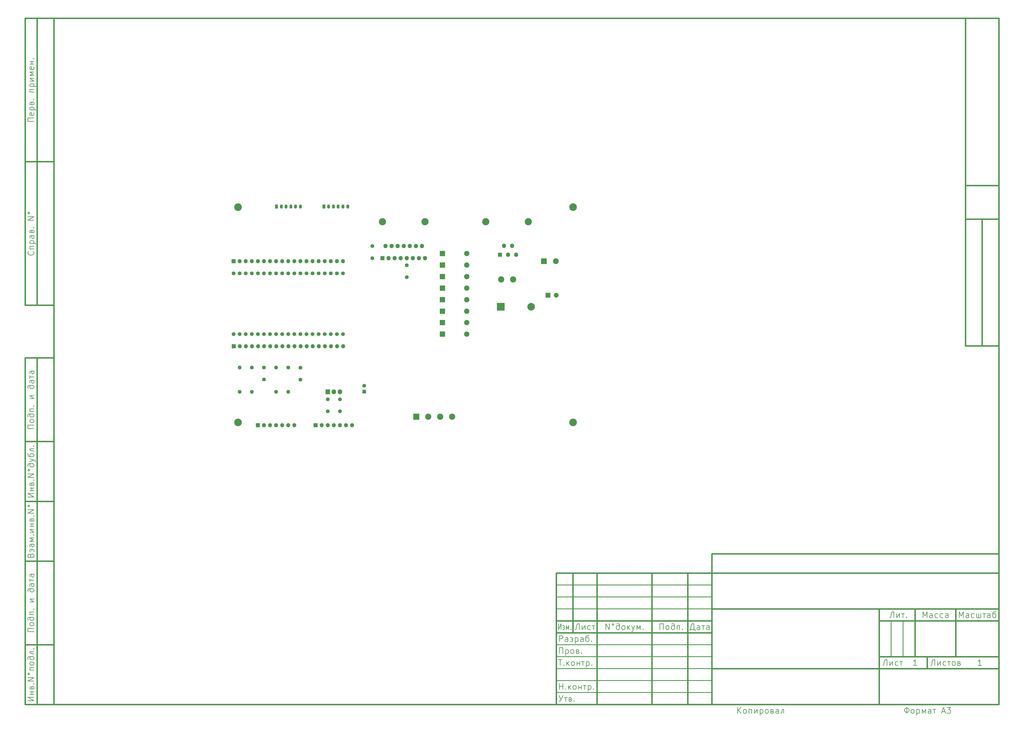
<source format=gbr>
%TF.GenerationSoftware,KiCad,Pcbnew,8.0.3*%
%TF.CreationDate,2024-08-26T14:09:18+03:00*%
%TF.ProjectId,pcb,7063622e-6b69-4636-9164-5f7063625858,rev?*%
%TF.SameCoordinates,Original*%
%TF.FileFunction,Soldermask,Bot*%
%TF.FilePolarity,Negative*%
%FSLAX46Y46*%
G04 Gerber Fmt 4.6, Leading zero omitted, Abs format (unit mm)*
G04 Created by KiCad (PCBNEW 8.0.3) date 2024-08-26 14:09:18*
%MOMM*%
%LPD*%
G01*
G04 APERTURE LIST*
G04 Aperture macros list*
%AMRoundRect*
0 Rectangle with rounded corners*
0 $1 Rounding radius*
0 $2 $3 $4 $5 $6 $7 $8 $9 X,Y pos of 4 corners*
0 Add a 4 corners polygon primitive as box body*
4,1,4,$2,$3,$4,$5,$6,$7,$8,$9,$2,$3,0*
0 Add four circle primitives for the rounded corners*
1,1,$1+$1,$2,$3*
1,1,$1+$1,$4,$5*
1,1,$1+$1,$6,$7*
1,1,$1+$1,$8,$9*
0 Add four rect primitives between the rounded corners*
20,1,$1+$1,$2,$3,$4,$5,0*
20,1,$1+$1,$4,$5,$6,$7,0*
20,1,$1+$1,$6,$7,$8,$9,0*
20,1,$1+$1,$8,$9,$2,$3,0*%
G04 Aperture macros list end*
%ADD10C,0.100000*%
%ADD11C,0.600000*%
%ADD12C,0.300000*%
%ADD13C,0.250000*%
%ADD14C,1.600000*%
%ADD15R,2.200000X2.200000*%
%ADD16O,2.200000X2.200000*%
%ADD17R,1.700000X1.700000*%
%ADD18O,1.700000X1.700000*%
%ADD19R,2.400000X2.400000*%
%ADD20C,2.400000*%
%ADD21R,2.600000X2.600000*%
%ADD22C,2.600000*%
%ADD23O,1.600000X1.600000*%
%ADD24R,1.600000X1.600000*%
%ADD25R,1.905000X2.000000*%
%ADD26O,1.905000X2.000000*%
%ADD27R,1.800000X1.800000*%
%ADD28O,1.800000X1.800000*%
%ADD29C,3.200000*%
%ADD30C,3.000000*%
%ADD31R,2.000000X2.000000*%
%ADD32C,2.000000*%
%ADD33R,3.200000X3.200000*%
%ADD34O,3.200000X3.200000*%
%ADD35RoundRect,0.250000X-0.350000X-0.625000X0.350000X-0.625000X0.350000X0.625000X-0.350000X0.625000X0*%
%ADD36O,1.200000X1.750000*%
G04 APERTURE END LIST*
D10*
D11*
X20000000Y-292002200D02*
X414989000Y-292002200D01*
X414989000Y-5000000D01*
X20000000Y-5000000D01*
X20000000Y-292002200D01*
D10*
D11*
X8000000Y-232002200D02*
X20000000Y-232002200D01*
D10*
D11*
X8000000Y-207002200D02*
X20000000Y-207002200D01*
D10*
D11*
X8000000Y-182002200D02*
X20000000Y-182002200D01*
D10*
D11*
X400989000Y-89000000D02*
X414989000Y-89000000D01*
D10*
D11*
X400989000Y-142000000D02*
X414989000Y-142000000D01*
D10*
D11*
X400989000Y-75000000D02*
X414989000Y-75000000D01*
D10*
D11*
X400989000Y-89000000D02*
X400989000Y-142000000D01*
D10*
D11*
X407989000Y-89000000D02*
X407989000Y-142000000D01*
D10*
D11*
X400989000Y-75000000D02*
X400989000Y-89000000D01*
D10*
D11*
X400989000Y-5000000D02*
X400989000Y-75000000D01*
D10*
D11*
X8000000Y-147002200D02*
X20000000Y-147002200D01*
D10*
D11*
X8000000Y-292002200D02*
X20000000Y-292002200D01*
D10*
D11*
X8000000Y-267002200D02*
X20000000Y-267002200D01*
D10*
D11*
X294989000Y-237002200D02*
X294989000Y-292002200D01*
D10*
D11*
X284989000Y-237002200D02*
X284989000Y-292002200D01*
D10*
D11*
X269989000Y-237002200D02*
X269989000Y-292002200D01*
D10*
D11*
X246989000Y-237002200D02*
X246989000Y-292002200D01*
D10*
D11*
X236989000Y-237002200D02*
X236989000Y-262002200D01*
D10*
D12*
X229989000Y-252002200D02*
X294989000Y-252002200D01*
D10*
D12*
X229989000Y-247002200D02*
X294989000Y-247002200D01*
D10*
D12*
X229989000Y-242002200D02*
X294989000Y-242002200D01*
D10*
D11*
X229989000Y-262002200D02*
X294989000Y-262002200D01*
D10*
D11*
X229989000Y-257002200D02*
X294989000Y-257002200D01*
D10*
D12*
X229989000Y-287002200D02*
X294989000Y-287002200D01*
D10*
D12*
X229989000Y-282002200D02*
X294989000Y-282002200D01*
D10*
D12*
X229989000Y-277002200D02*
X294989000Y-277002200D01*
D10*
D12*
X229989000Y-272002200D02*
X294989000Y-272002200D01*
D10*
D12*
X229989000Y-267002200D02*
X294989000Y-267002200D01*
D10*
D11*
X294989000Y-229002200D02*
X414989000Y-229002200D01*
D10*
D11*
X294989000Y-237002200D02*
X294989000Y-229002200D01*
D10*
D11*
X229989000Y-237002200D02*
X414989000Y-237002200D01*
D10*
D11*
X8000000Y-147002200D02*
X8000000Y-292002200D01*
D10*
D11*
X13000000Y-147002200D02*
X13000000Y-292002200D01*
D10*
D12*
X369989000Y-257002200D02*
X369989000Y-272002200D01*
D10*
D12*
X374989000Y-257002200D02*
X374989000Y-272002200D01*
D10*
D11*
X379989000Y-252002200D02*
X379989000Y-272002200D01*
D10*
D11*
X396989000Y-252002200D02*
X396989000Y-272002200D01*
D10*
D11*
X364989000Y-272002200D02*
X414989000Y-272002200D01*
D10*
D11*
X364989000Y-257002200D02*
X414989000Y-257002200D01*
D10*
D11*
X364989000Y-252002200D02*
X364989000Y-292002200D01*
D10*
D11*
X294989000Y-277002200D02*
X414989000Y-277002200D01*
D10*
D11*
X294989000Y-252002200D02*
X414989000Y-252002200D01*
D10*
D11*
X229989000Y-292002200D02*
X229989000Y-237002200D01*
D10*
D11*
X384989000Y-272002200D02*
X384989000Y-277002200D01*
D10*
D11*
X8000000Y-5002200D02*
X20000000Y-5002200D01*
D10*
D11*
X8000000Y-65002200D02*
X20000000Y-65002200D01*
D10*
D11*
X8000000Y-125002200D02*
X20000000Y-125002200D01*
D10*
D11*
X8000000Y-5002200D02*
X8000000Y-125002200D01*
D10*
D11*
X13000000Y-5002200D02*
X13000000Y-125002200D01*
D10*
D13*
X250691380Y-260645747D02*
X250691380Y-258145747D01*
X250691380Y-258145747D02*
X252119951Y-260645747D01*
X252119951Y-260645747D02*
X252119951Y-258145747D01*
X253667570Y-258145747D02*
X253429475Y-258264795D01*
X253429475Y-258264795D02*
X253310428Y-258502890D01*
X253310428Y-258502890D02*
X253429475Y-258740985D01*
X253429475Y-258740985D02*
X253667570Y-258860033D01*
X253667570Y-258860033D02*
X253905666Y-258740985D01*
X253905666Y-258740985D02*
X254024713Y-258502890D01*
X254024713Y-258502890D02*
X253905666Y-258264795D01*
X253905666Y-258264795D02*
X253667570Y-258145747D01*
X256405666Y-259217176D02*
X256286618Y-259098128D01*
X256286618Y-259098128D02*
X256048523Y-258979080D01*
X256048523Y-258979080D02*
X255572332Y-258979080D01*
X255572332Y-258979080D02*
X255334237Y-259098128D01*
X255334237Y-259098128D02*
X255215190Y-259217176D01*
X255215190Y-259217176D02*
X255096142Y-259455271D01*
X255096142Y-259455271D02*
X255096142Y-260169557D01*
X255096142Y-260169557D02*
X255215190Y-260407652D01*
X255215190Y-260407652D02*
X255334237Y-260526700D01*
X255334237Y-260526700D02*
X255572332Y-260645747D01*
X255572332Y-260645747D02*
X255929475Y-260645747D01*
X255929475Y-260645747D02*
X256167571Y-260526700D01*
X256167571Y-260526700D02*
X256286618Y-260407652D01*
X256286618Y-260407652D02*
X256405666Y-260169557D01*
X256405666Y-260169557D02*
X256405666Y-258621938D01*
X256405666Y-258621938D02*
X256286618Y-258383842D01*
X256286618Y-258383842D02*
X256167571Y-258264795D01*
X256167571Y-258264795D02*
X255929475Y-258145747D01*
X255929475Y-258145747D02*
X255453285Y-258145747D01*
X255453285Y-258145747D02*
X255215190Y-258264795D01*
X257834237Y-260645747D02*
X257596142Y-260526700D01*
X257596142Y-260526700D02*
X257477095Y-260407652D01*
X257477095Y-260407652D02*
X257358047Y-260169557D01*
X257358047Y-260169557D02*
X257358047Y-259455271D01*
X257358047Y-259455271D02*
X257477095Y-259217176D01*
X257477095Y-259217176D02*
X257596142Y-259098128D01*
X257596142Y-259098128D02*
X257834237Y-258979080D01*
X257834237Y-258979080D02*
X258191380Y-258979080D01*
X258191380Y-258979080D02*
X258429476Y-259098128D01*
X258429476Y-259098128D02*
X258548523Y-259217176D01*
X258548523Y-259217176D02*
X258667571Y-259455271D01*
X258667571Y-259455271D02*
X258667571Y-260169557D01*
X258667571Y-260169557D02*
X258548523Y-260407652D01*
X258548523Y-260407652D02*
X258429476Y-260526700D01*
X258429476Y-260526700D02*
X258191380Y-260645747D01*
X258191380Y-260645747D02*
X257834237Y-260645747D01*
X259739000Y-258979080D02*
X259739000Y-260645747D01*
X259977095Y-259693366D02*
X260691381Y-260645747D01*
X260691381Y-258979080D02*
X259739000Y-259931461D01*
X261524714Y-258979080D02*
X262119952Y-260645747D01*
X262715191Y-258979080D02*
X262119952Y-260645747D01*
X262119952Y-260645747D02*
X261881857Y-261240985D01*
X261881857Y-261240985D02*
X261762810Y-261360033D01*
X261762810Y-261360033D02*
X261524714Y-261479080D01*
X263667572Y-260645747D02*
X263667572Y-258979080D01*
X263667572Y-258979080D02*
X264381857Y-260288604D01*
X264381857Y-260288604D02*
X265096143Y-258979080D01*
X265096143Y-258979080D02*
X265096143Y-260645747D01*
X266286620Y-260407652D02*
X266405667Y-260526700D01*
X266405667Y-260526700D02*
X266286620Y-260645747D01*
X266286620Y-260645747D02*
X266167572Y-260526700D01*
X266167572Y-260526700D02*
X266286620Y-260407652D01*
X266286620Y-260407652D02*
X266286620Y-260645747D01*
D10*
D13*
X10334023Y-229561723D02*
X10453071Y-229204580D01*
X10453071Y-229204580D02*
X10572119Y-229085533D01*
X10572119Y-229085533D02*
X10810214Y-228966485D01*
X10810214Y-228966485D02*
X11167357Y-228966485D01*
X11167357Y-228966485D02*
X11405452Y-229085533D01*
X11405452Y-229085533D02*
X11524500Y-229204580D01*
X11524500Y-229204580D02*
X11643547Y-229442675D01*
X11643547Y-229442675D02*
X11643547Y-230395056D01*
X11643547Y-230395056D02*
X9143547Y-230395056D01*
X9143547Y-230395056D02*
X9143547Y-229561723D01*
X9143547Y-229561723D02*
X9262595Y-229323628D01*
X9262595Y-229323628D02*
X9381642Y-229204580D01*
X9381642Y-229204580D02*
X9619738Y-229085533D01*
X9619738Y-229085533D02*
X9857833Y-229085533D01*
X9857833Y-229085533D02*
X10095928Y-229204580D01*
X10095928Y-229204580D02*
X10214976Y-229323628D01*
X10214976Y-229323628D02*
X10334023Y-229561723D01*
X10334023Y-229561723D02*
X10334023Y-230395056D01*
X10810214Y-227656961D02*
X10810214Y-227418866D01*
X10095928Y-228133152D02*
X9976880Y-227895056D01*
X9976880Y-227895056D02*
X9976880Y-227418866D01*
X9976880Y-227418866D02*
X10095928Y-227180771D01*
X10095928Y-227180771D02*
X10334023Y-227061723D01*
X10334023Y-227061723D02*
X10453071Y-227061723D01*
X10453071Y-227061723D02*
X10691166Y-227180771D01*
X10691166Y-227180771D02*
X10810214Y-227418866D01*
X10810214Y-227418866D02*
X10929261Y-227180771D01*
X10929261Y-227180771D02*
X11167357Y-227061723D01*
X11167357Y-227061723D02*
X11286404Y-227061723D01*
X11286404Y-227061723D02*
X11524500Y-227180771D01*
X11524500Y-227180771D02*
X11643547Y-227418866D01*
X11643547Y-227418866D02*
X11643547Y-227895056D01*
X11643547Y-227895056D02*
X11524500Y-228133152D01*
X11643547Y-224918866D02*
X10334023Y-224918866D01*
X10334023Y-224918866D02*
X10095928Y-225037913D01*
X10095928Y-225037913D02*
X9976880Y-225276009D01*
X9976880Y-225276009D02*
X9976880Y-225752199D01*
X9976880Y-225752199D02*
X10095928Y-225990294D01*
X11524500Y-224918866D02*
X11643547Y-225156961D01*
X11643547Y-225156961D02*
X11643547Y-225752199D01*
X11643547Y-225752199D02*
X11524500Y-225990294D01*
X11524500Y-225990294D02*
X11286404Y-226109342D01*
X11286404Y-226109342D02*
X11048309Y-226109342D01*
X11048309Y-226109342D02*
X10810214Y-225990294D01*
X10810214Y-225990294D02*
X10691166Y-225752199D01*
X10691166Y-225752199D02*
X10691166Y-225156961D01*
X10691166Y-225156961D02*
X10572119Y-224918866D01*
X11643547Y-223728389D02*
X9976880Y-223728389D01*
X9976880Y-223728389D02*
X11286404Y-223014104D01*
X11286404Y-223014104D02*
X9976880Y-222299818D01*
X9976880Y-222299818D02*
X11643547Y-222299818D01*
X11405452Y-221109341D02*
X11524500Y-220990294D01*
X11524500Y-220990294D02*
X11643547Y-221109341D01*
X11643547Y-221109341D02*
X11524500Y-221228389D01*
X11524500Y-221228389D02*
X11405452Y-221109341D01*
X11405452Y-221109341D02*
X11643547Y-221109341D01*
X9976880Y-219918865D02*
X11643547Y-219918865D01*
X11643547Y-219918865D02*
X9976880Y-218728389D01*
X9976880Y-218728389D02*
X11643547Y-218728389D01*
X10810214Y-217537913D02*
X10810214Y-216466485D01*
X9976880Y-217537913D02*
X11643547Y-217537913D01*
X9976880Y-216466485D02*
X11643547Y-216466485D01*
X10810214Y-214680770D02*
X10929261Y-214323627D01*
X10929261Y-214323627D02*
X11167357Y-214204580D01*
X11167357Y-214204580D02*
X11286404Y-214204580D01*
X11286404Y-214204580D02*
X11524500Y-214323627D01*
X11524500Y-214323627D02*
X11643547Y-214561723D01*
X11643547Y-214561723D02*
X11643547Y-215276008D01*
X11643547Y-215276008D02*
X9976880Y-215276008D01*
X9976880Y-215276008D02*
X9976880Y-214680770D01*
X9976880Y-214680770D02*
X10095928Y-214442675D01*
X10095928Y-214442675D02*
X10334023Y-214323627D01*
X10334023Y-214323627D02*
X10453071Y-214323627D01*
X10453071Y-214323627D02*
X10691166Y-214442675D01*
X10691166Y-214442675D02*
X10810214Y-214680770D01*
X10810214Y-214680770D02*
X10810214Y-215276008D01*
X11405452Y-213133151D02*
X11524500Y-213014104D01*
X11524500Y-213014104D02*
X11643547Y-213133151D01*
X11643547Y-213133151D02*
X11524500Y-213252199D01*
X11524500Y-213252199D02*
X11405452Y-213133151D01*
X11405452Y-213133151D02*
X11643547Y-213133151D01*
X11643547Y-211942675D02*
X9143547Y-211942675D01*
X9143547Y-211942675D02*
X11643547Y-210514104D01*
X11643547Y-210514104D02*
X9143547Y-210514104D01*
X9143547Y-208966485D02*
X9262595Y-209204580D01*
X9262595Y-209204580D02*
X9500690Y-209323627D01*
X9500690Y-209323627D02*
X9738785Y-209204580D01*
X9738785Y-209204580D02*
X9857833Y-208966485D01*
X9857833Y-208966485D02*
X9738785Y-208728389D01*
X9738785Y-208728389D02*
X9500690Y-208609342D01*
X9500690Y-208609342D02*
X9262595Y-208728389D01*
X9262595Y-208728389D02*
X9143547Y-208966485D01*
D10*
D13*
X287965190Y-261240985D02*
X287965190Y-260645747D01*
X287965190Y-260645747D02*
X285822332Y-260645747D01*
X285822332Y-260645747D02*
X285822332Y-261240985D01*
X287488999Y-260645747D02*
X287488999Y-258145747D01*
X287488999Y-258145747D02*
X286893761Y-258145747D01*
X286893761Y-258145747D02*
X286655666Y-258264795D01*
X286655666Y-258264795D02*
X286536618Y-258383842D01*
X286536618Y-258383842D02*
X286417570Y-258621938D01*
X286417570Y-258621938D02*
X286179475Y-260645747D01*
X289988999Y-260645747D02*
X289988999Y-259336223D01*
X289988999Y-259336223D02*
X289869952Y-259098128D01*
X289869952Y-259098128D02*
X289631856Y-258979080D01*
X289631856Y-258979080D02*
X289155666Y-258979080D01*
X289155666Y-258979080D02*
X288917571Y-259098128D01*
X289988999Y-260526700D02*
X289750904Y-260645747D01*
X289750904Y-260645747D02*
X289155666Y-260645747D01*
X289155666Y-260645747D02*
X288917571Y-260526700D01*
X288917571Y-260526700D02*
X288798523Y-260288604D01*
X288798523Y-260288604D02*
X288798523Y-260050509D01*
X288798523Y-260050509D02*
X288917571Y-259812414D01*
X288917571Y-259812414D02*
X289155666Y-259693366D01*
X289155666Y-259693366D02*
X289750904Y-259693366D01*
X289750904Y-259693366D02*
X289988999Y-259574319D01*
X290822333Y-258979080D02*
X292012809Y-258979080D01*
X291417571Y-258979080D02*
X291417571Y-260645747D01*
X293917571Y-260645747D02*
X293917571Y-259336223D01*
X293917571Y-259336223D02*
X293798524Y-259098128D01*
X293798524Y-259098128D02*
X293560428Y-258979080D01*
X293560428Y-258979080D02*
X293084238Y-258979080D01*
X293084238Y-258979080D02*
X292846143Y-259098128D01*
X293917571Y-260526700D02*
X293679476Y-260645747D01*
X293679476Y-260645747D02*
X293084238Y-260645747D01*
X293084238Y-260645747D02*
X292846143Y-260526700D01*
X292846143Y-260526700D02*
X292727095Y-260288604D01*
X292727095Y-260288604D02*
X292727095Y-260050509D01*
X292727095Y-260050509D02*
X292846143Y-259812414D01*
X292846143Y-259812414D02*
X293084238Y-259693366D01*
X293084238Y-259693366D02*
X293679476Y-259693366D01*
X293679476Y-259693366D02*
X293917571Y-259574319D01*
D10*
D13*
X230909634Y-258145747D02*
X230909634Y-260645747D01*
X230909634Y-260645747D02*
X231941380Y-258145747D01*
X231941380Y-258145747D02*
X231941380Y-260645747D01*
X232973127Y-259812414D02*
X233145084Y-259812414D01*
X232629211Y-259098128D02*
X232801169Y-258979080D01*
X232801169Y-258979080D02*
X233145084Y-258979080D01*
X233145084Y-258979080D02*
X233317042Y-259098128D01*
X233317042Y-259098128D02*
X233403021Y-259336223D01*
X233403021Y-259336223D02*
X233403021Y-259455271D01*
X233403021Y-259455271D02*
X233317042Y-259693366D01*
X233317042Y-259693366D02*
X233145084Y-259812414D01*
X233145084Y-259812414D02*
X233317042Y-259931461D01*
X233317042Y-259931461D02*
X233403021Y-260169557D01*
X233403021Y-260169557D02*
X233403021Y-260288604D01*
X233403021Y-260288604D02*
X233317042Y-260526700D01*
X233317042Y-260526700D02*
X233145084Y-260645747D01*
X233145084Y-260645747D02*
X232801169Y-260645747D01*
X232801169Y-260645747D02*
X232629211Y-260526700D01*
X234176831Y-260645747D02*
X234176831Y-258979080D01*
X234176831Y-258979080D02*
X234692704Y-260288604D01*
X234692704Y-260288604D02*
X235208577Y-258979080D01*
X235208577Y-258979080D02*
X235208577Y-260645747D01*
X236068366Y-260407652D02*
X236154345Y-260526700D01*
X236154345Y-260526700D02*
X236068366Y-260645747D01*
X236068366Y-260645747D02*
X235982387Y-260526700D01*
X235982387Y-260526700D02*
X236068366Y-260407652D01*
X236068366Y-260407652D02*
X236068366Y-260645747D01*
D10*
D13*
X9143547Y-205156961D02*
X11643547Y-205156961D01*
X11643547Y-205156961D02*
X9143547Y-203728390D01*
X9143547Y-203728390D02*
X11643547Y-203728390D01*
X10810214Y-202537913D02*
X10810214Y-201466485D01*
X9976880Y-202537913D02*
X11643547Y-202537913D01*
X9976880Y-201466485D02*
X11643547Y-201466485D01*
X10810214Y-199680770D02*
X10929261Y-199323627D01*
X10929261Y-199323627D02*
X11167357Y-199204580D01*
X11167357Y-199204580D02*
X11286404Y-199204580D01*
X11286404Y-199204580D02*
X11524500Y-199323627D01*
X11524500Y-199323627D02*
X11643547Y-199561723D01*
X11643547Y-199561723D02*
X11643547Y-200276008D01*
X11643547Y-200276008D02*
X9976880Y-200276008D01*
X9976880Y-200276008D02*
X9976880Y-199680770D01*
X9976880Y-199680770D02*
X10095928Y-199442675D01*
X10095928Y-199442675D02*
X10334023Y-199323627D01*
X10334023Y-199323627D02*
X10453071Y-199323627D01*
X10453071Y-199323627D02*
X10691166Y-199442675D01*
X10691166Y-199442675D02*
X10810214Y-199680770D01*
X10810214Y-199680770D02*
X10810214Y-200276008D01*
X11405452Y-198133151D02*
X11524500Y-198014104D01*
X11524500Y-198014104D02*
X11643547Y-198133151D01*
X11643547Y-198133151D02*
X11524500Y-198252199D01*
X11524500Y-198252199D02*
X11405452Y-198133151D01*
X11405452Y-198133151D02*
X11643547Y-198133151D01*
X11643547Y-196942675D02*
X9143547Y-196942675D01*
X9143547Y-196942675D02*
X11643547Y-195514104D01*
X11643547Y-195514104D02*
X9143547Y-195514104D01*
X9143547Y-193966485D02*
X9262595Y-194204580D01*
X9262595Y-194204580D02*
X9500690Y-194323627D01*
X9500690Y-194323627D02*
X9738785Y-194204580D01*
X9738785Y-194204580D02*
X9857833Y-193966485D01*
X9857833Y-193966485D02*
X9738785Y-193728389D01*
X9738785Y-193728389D02*
X9500690Y-193609342D01*
X9500690Y-193609342D02*
X9262595Y-193728389D01*
X9262595Y-193728389D02*
X9143547Y-193966485D01*
X10214976Y-191228389D02*
X10095928Y-191347437D01*
X10095928Y-191347437D02*
X9976880Y-191585532D01*
X9976880Y-191585532D02*
X9976880Y-192061723D01*
X9976880Y-192061723D02*
X10095928Y-192299818D01*
X10095928Y-192299818D02*
X10214976Y-192418865D01*
X10214976Y-192418865D02*
X10453071Y-192537913D01*
X10453071Y-192537913D02*
X11167357Y-192537913D01*
X11167357Y-192537913D02*
X11405452Y-192418865D01*
X11405452Y-192418865D02*
X11524500Y-192299818D01*
X11524500Y-192299818D02*
X11643547Y-192061723D01*
X11643547Y-192061723D02*
X11643547Y-191704580D01*
X11643547Y-191704580D02*
X11524500Y-191466484D01*
X11524500Y-191466484D02*
X11405452Y-191347437D01*
X11405452Y-191347437D02*
X11167357Y-191228389D01*
X11167357Y-191228389D02*
X9619738Y-191228389D01*
X9619738Y-191228389D02*
X9381642Y-191347437D01*
X9381642Y-191347437D02*
X9262595Y-191466484D01*
X9262595Y-191466484D02*
X9143547Y-191704580D01*
X9143547Y-191704580D02*
X9143547Y-192180770D01*
X9143547Y-192180770D02*
X9262595Y-192418865D01*
X9976880Y-190395056D02*
X11643547Y-189799818D01*
X9976880Y-189204579D02*
X11643547Y-189799818D01*
X11643547Y-189799818D02*
X12238785Y-190037913D01*
X12238785Y-190037913D02*
X12357833Y-190156960D01*
X12357833Y-190156960D02*
X12476880Y-190395056D01*
X9024500Y-187061722D02*
X9143547Y-187180770D01*
X9143547Y-187180770D02*
X9262595Y-187418865D01*
X9262595Y-187418865D02*
X9262595Y-187895056D01*
X9262595Y-187895056D02*
X9381642Y-188133151D01*
X9381642Y-188133151D02*
X9500690Y-188252198D01*
X9500690Y-188252198D02*
X9738785Y-188371246D01*
X9738785Y-188371246D02*
X11167357Y-188371246D01*
X11167357Y-188371246D02*
X11405452Y-188252198D01*
X11405452Y-188252198D02*
X11524500Y-188133151D01*
X11524500Y-188133151D02*
X11643547Y-187895056D01*
X11643547Y-187895056D02*
X11643547Y-187537913D01*
X11643547Y-187537913D02*
X11524500Y-187299817D01*
X11524500Y-187299817D02*
X11405452Y-187180770D01*
X11405452Y-187180770D02*
X11167357Y-187061722D01*
X11167357Y-187061722D02*
X10453071Y-187061722D01*
X10453071Y-187061722D02*
X10214976Y-187180770D01*
X10214976Y-187180770D02*
X10095928Y-187299817D01*
X10095928Y-187299817D02*
X9976880Y-187537913D01*
X9976880Y-187537913D02*
X9976880Y-188014103D01*
X9976880Y-188014103D02*
X10095928Y-188252198D01*
X10095928Y-188252198D02*
X10214976Y-188371246D01*
X11643547Y-185037912D02*
X9976880Y-185037912D01*
X9976880Y-185037912D02*
X9976880Y-185395055D01*
X9976880Y-185395055D02*
X10095928Y-185633151D01*
X10095928Y-185633151D02*
X10334023Y-185752198D01*
X10334023Y-185752198D02*
X11286404Y-185871246D01*
X11286404Y-185871246D02*
X11524500Y-185990293D01*
X11524500Y-185990293D02*
X11643547Y-186228389D01*
X11405452Y-183847436D02*
X11524500Y-183728389D01*
X11524500Y-183728389D02*
X11643547Y-183847436D01*
X11643547Y-183847436D02*
X11524500Y-183966484D01*
X11524500Y-183966484D02*
X11405452Y-183847436D01*
X11405452Y-183847436D02*
X11643547Y-183847436D01*
D10*
D13*
X9143547Y-290335533D02*
X11643547Y-290335533D01*
X11643547Y-290335533D02*
X9143547Y-288906962D01*
X9143547Y-288906962D02*
X11643547Y-288906962D01*
X10810214Y-287716485D02*
X10810214Y-286645057D01*
X9976880Y-287716485D02*
X11643547Y-287716485D01*
X9976880Y-286645057D02*
X11643547Y-286645057D01*
X10810214Y-284859342D02*
X10929261Y-284502199D01*
X10929261Y-284502199D02*
X11167357Y-284383152D01*
X11167357Y-284383152D02*
X11286404Y-284383152D01*
X11286404Y-284383152D02*
X11524500Y-284502199D01*
X11524500Y-284502199D02*
X11643547Y-284740295D01*
X11643547Y-284740295D02*
X11643547Y-285454580D01*
X11643547Y-285454580D02*
X9976880Y-285454580D01*
X9976880Y-285454580D02*
X9976880Y-284859342D01*
X9976880Y-284859342D02*
X10095928Y-284621247D01*
X10095928Y-284621247D02*
X10334023Y-284502199D01*
X10334023Y-284502199D02*
X10453071Y-284502199D01*
X10453071Y-284502199D02*
X10691166Y-284621247D01*
X10691166Y-284621247D02*
X10810214Y-284859342D01*
X10810214Y-284859342D02*
X10810214Y-285454580D01*
X11405452Y-283311723D02*
X11524500Y-283192676D01*
X11524500Y-283192676D02*
X11643547Y-283311723D01*
X11643547Y-283311723D02*
X11524500Y-283430771D01*
X11524500Y-283430771D02*
X11405452Y-283311723D01*
X11405452Y-283311723D02*
X11643547Y-283311723D01*
X11643547Y-282121247D02*
X9143547Y-282121247D01*
X9143547Y-282121247D02*
X11643547Y-280692676D01*
X11643547Y-280692676D02*
X9143547Y-280692676D01*
X9143547Y-279145057D02*
X9262595Y-279383152D01*
X9262595Y-279383152D02*
X9500690Y-279502199D01*
X9500690Y-279502199D02*
X9738785Y-279383152D01*
X9738785Y-279383152D02*
X9857833Y-279145057D01*
X9857833Y-279145057D02*
X9738785Y-278906961D01*
X9738785Y-278906961D02*
X9500690Y-278787914D01*
X9500690Y-278787914D02*
X9262595Y-278906961D01*
X9262595Y-278906961D02*
X9143547Y-279145057D01*
X11643547Y-277597437D02*
X9976880Y-277597437D01*
X9976880Y-277597437D02*
X9976880Y-276526009D01*
X9976880Y-276526009D02*
X11643547Y-276526009D01*
X11643547Y-274978390D02*
X11524500Y-275216485D01*
X11524500Y-275216485D02*
X11405452Y-275335532D01*
X11405452Y-275335532D02*
X11167357Y-275454580D01*
X11167357Y-275454580D02*
X10453071Y-275454580D01*
X10453071Y-275454580D02*
X10214976Y-275335532D01*
X10214976Y-275335532D02*
X10095928Y-275216485D01*
X10095928Y-275216485D02*
X9976880Y-274978390D01*
X9976880Y-274978390D02*
X9976880Y-274621247D01*
X9976880Y-274621247D02*
X10095928Y-274383151D01*
X10095928Y-274383151D02*
X10214976Y-274264104D01*
X10214976Y-274264104D02*
X10453071Y-274145056D01*
X10453071Y-274145056D02*
X11167357Y-274145056D01*
X11167357Y-274145056D02*
X11405452Y-274264104D01*
X11405452Y-274264104D02*
X11524500Y-274383151D01*
X11524500Y-274383151D02*
X11643547Y-274621247D01*
X11643547Y-274621247D02*
X11643547Y-274978390D01*
X10214976Y-271883151D02*
X10095928Y-272002199D01*
X10095928Y-272002199D02*
X9976880Y-272240294D01*
X9976880Y-272240294D02*
X9976880Y-272716485D01*
X9976880Y-272716485D02*
X10095928Y-272954580D01*
X10095928Y-272954580D02*
X10214976Y-273073627D01*
X10214976Y-273073627D02*
X10453071Y-273192675D01*
X10453071Y-273192675D02*
X11167357Y-273192675D01*
X11167357Y-273192675D02*
X11405452Y-273073627D01*
X11405452Y-273073627D02*
X11524500Y-272954580D01*
X11524500Y-272954580D02*
X11643547Y-272716485D01*
X11643547Y-272716485D02*
X11643547Y-272359342D01*
X11643547Y-272359342D02*
X11524500Y-272121246D01*
X11524500Y-272121246D02*
X11405452Y-272002199D01*
X11405452Y-272002199D02*
X11167357Y-271883151D01*
X11167357Y-271883151D02*
X9619738Y-271883151D01*
X9619738Y-271883151D02*
X9381642Y-272002199D01*
X9381642Y-272002199D02*
X9262595Y-272121246D01*
X9262595Y-272121246D02*
X9143547Y-272359342D01*
X9143547Y-272359342D02*
X9143547Y-272835532D01*
X9143547Y-272835532D02*
X9262595Y-273073627D01*
X11643547Y-269859341D02*
X9976880Y-269859341D01*
X9976880Y-269859341D02*
X9976880Y-270216484D01*
X9976880Y-270216484D02*
X10095928Y-270454580D01*
X10095928Y-270454580D02*
X10334023Y-270573627D01*
X10334023Y-270573627D02*
X11286404Y-270692675D01*
X11286404Y-270692675D02*
X11524500Y-270811722D01*
X11524500Y-270811722D02*
X11643547Y-271049818D01*
X11405452Y-268668865D02*
X11524500Y-268549818D01*
X11524500Y-268549818D02*
X11643547Y-268668865D01*
X11643547Y-268668865D02*
X11524500Y-268787913D01*
X11524500Y-268787913D02*
X11405452Y-268668865D01*
X11405452Y-268668865D02*
X11643547Y-268668865D01*
D10*
D13*
X305748711Y-295645747D02*
X305748711Y-293145747D01*
X307177282Y-295645747D02*
X306105853Y-294217176D01*
X307177282Y-293145747D02*
X305748711Y-294574319D01*
X308605853Y-295645747D02*
X308367758Y-295526700D01*
X308367758Y-295526700D02*
X308248711Y-295407652D01*
X308248711Y-295407652D02*
X308129663Y-295169557D01*
X308129663Y-295169557D02*
X308129663Y-294455271D01*
X308129663Y-294455271D02*
X308248711Y-294217176D01*
X308248711Y-294217176D02*
X308367758Y-294098128D01*
X308367758Y-294098128D02*
X308605853Y-293979080D01*
X308605853Y-293979080D02*
X308962996Y-293979080D01*
X308962996Y-293979080D02*
X309201092Y-294098128D01*
X309201092Y-294098128D02*
X309320139Y-294217176D01*
X309320139Y-294217176D02*
X309439187Y-294455271D01*
X309439187Y-294455271D02*
X309439187Y-295169557D01*
X309439187Y-295169557D02*
X309320139Y-295407652D01*
X309320139Y-295407652D02*
X309201092Y-295526700D01*
X309201092Y-295526700D02*
X308962996Y-295645747D01*
X308962996Y-295645747D02*
X308605853Y-295645747D01*
X310510616Y-295645747D02*
X310510616Y-293979080D01*
X310510616Y-293979080D02*
X311582044Y-293979080D01*
X311582044Y-293979080D02*
X311582044Y-295645747D01*
X312772521Y-293979080D02*
X312772521Y-295645747D01*
X312772521Y-295645747D02*
X313962997Y-293979080D01*
X313962997Y-293979080D02*
X313962997Y-295645747D01*
X315153473Y-293979080D02*
X315153473Y-296479080D01*
X315153473Y-294098128D02*
X315391568Y-293979080D01*
X315391568Y-293979080D02*
X315867758Y-293979080D01*
X315867758Y-293979080D02*
X316105854Y-294098128D01*
X316105854Y-294098128D02*
X316224901Y-294217176D01*
X316224901Y-294217176D02*
X316343949Y-294455271D01*
X316343949Y-294455271D02*
X316343949Y-295169557D01*
X316343949Y-295169557D02*
X316224901Y-295407652D01*
X316224901Y-295407652D02*
X316105854Y-295526700D01*
X316105854Y-295526700D02*
X315867758Y-295645747D01*
X315867758Y-295645747D02*
X315391568Y-295645747D01*
X315391568Y-295645747D02*
X315153473Y-295526700D01*
X317772520Y-295645747D02*
X317534425Y-295526700D01*
X317534425Y-295526700D02*
X317415378Y-295407652D01*
X317415378Y-295407652D02*
X317296330Y-295169557D01*
X317296330Y-295169557D02*
X317296330Y-294455271D01*
X317296330Y-294455271D02*
X317415378Y-294217176D01*
X317415378Y-294217176D02*
X317534425Y-294098128D01*
X317534425Y-294098128D02*
X317772520Y-293979080D01*
X317772520Y-293979080D02*
X318129663Y-293979080D01*
X318129663Y-293979080D02*
X318367759Y-294098128D01*
X318367759Y-294098128D02*
X318486806Y-294217176D01*
X318486806Y-294217176D02*
X318605854Y-294455271D01*
X318605854Y-294455271D02*
X318605854Y-295169557D01*
X318605854Y-295169557D02*
X318486806Y-295407652D01*
X318486806Y-295407652D02*
X318367759Y-295526700D01*
X318367759Y-295526700D02*
X318129663Y-295645747D01*
X318129663Y-295645747D02*
X317772520Y-295645747D01*
X320272521Y-294812414D02*
X320629664Y-294931461D01*
X320629664Y-294931461D02*
X320748711Y-295169557D01*
X320748711Y-295169557D02*
X320748711Y-295288604D01*
X320748711Y-295288604D02*
X320629664Y-295526700D01*
X320629664Y-295526700D02*
X320391568Y-295645747D01*
X320391568Y-295645747D02*
X319677283Y-295645747D01*
X319677283Y-295645747D02*
X319677283Y-293979080D01*
X319677283Y-293979080D02*
X320272521Y-293979080D01*
X320272521Y-293979080D02*
X320510616Y-294098128D01*
X320510616Y-294098128D02*
X320629664Y-294336223D01*
X320629664Y-294336223D02*
X320629664Y-294455271D01*
X320629664Y-294455271D02*
X320510616Y-294693366D01*
X320510616Y-294693366D02*
X320272521Y-294812414D01*
X320272521Y-294812414D02*
X319677283Y-294812414D01*
X322891568Y-295645747D02*
X322891568Y-294336223D01*
X322891568Y-294336223D02*
X322772521Y-294098128D01*
X322772521Y-294098128D02*
X322534425Y-293979080D01*
X322534425Y-293979080D02*
X322058235Y-293979080D01*
X322058235Y-293979080D02*
X321820140Y-294098128D01*
X322891568Y-295526700D02*
X322653473Y-295645747D01*
X322653473Y-295645747D02*
X322058235Y-295645747D01*
X322058235Y-295645747D02*
X321820140Y-295526700D01*
X321820140Y-295526700D02*
X321701092Y-295288604D01*
X321701092Y-295288604D02*
X321701092Y-295050509D01*
X321701092Y-295050509D02*
X321820140Y-294812414D01*
X321820140Y-294812414D02*
X322058235Y-294693366D01*
X322058235Y-294693366D02*
X322653473Y-294693366D01*
X322653473Y-294693366D02*
X322891568Y-294574319D01*
X325034426Y-295645747D02*
X325034426Y-293979080D01*
X325034426Y-293979080D02*
X324677283Y-293979080D01*
X324677283Y-293979080D02*
X324439187Y-294098128D01*
X324439187Y-294098128D02*
X324320140Y-294336223D01*
X324320140Y-294336223D02*
X324201092Y-295288604D01*
X324201092Y-295288604D02*
X324082045Y-295526700D01*
X324082045Y-295526700D02*
X323843949Y-295645747D01*
D10*
D13*
X368177282Y-275645747D02*
X368177282Y-273145747D01*
X368177282Y-273145747D02*
X367820139Y-273145747D01*
X367820139Y-273145747D02*
X367462996Y-273264795D01*
X367462996Y-273264795D02*
X367224901Y-273502890D01*
X367224901Y-273502890D02*
X367105853Y-273860033D01*
X367105853Y-273860033D02*
X366867758Y-275288604D01*
X366867758Y-275288604D02*
X366748711Y-275526700D01*
X366748711Y-275526700D02*
X366510615Y-275645747D01*
X366510615Y-275645747D02*
X366391568Y-275645747D01*
X369367759Y-273979080D02*
X369367759Y-275645747D01*
X369367759Y-275645747D02*
X370558235Y-273979080D01*
X370558235Y-273979080D02*
X370558235Y-275645747D01*
X372820139Y-275526700D02*
X372582044Y-275645747D01*
X372582044Y-275645747D02*
X372105853Y-275645747D01*
X372105853Y-275645747D02*
X371867758Y-275526700D01*
X371867758Y-275526700D02*
X371748711Y-275407652D01*
X371748711Y-275407652D02*
X371629663Y-275169557D01*
X371629663Y-275169557D02*
X371629663Y-274455271D01*
X371629663Y-274455271D02*
X371748711Y-274217176D01*
X371748711Y-274217176D02*
X371867758Y-274098128D01*
X371867758Y-274098128D02*
X372105853Y-273979080D01*
X372105853Y-273979080D02*
X372582044Y-273979080D01*
X372582044Y-273979080D02*
X372820139Y-274098128D01*
X373534425Y-273979080D02*
X374724901Y-273979080D01*
X374129663Y-273979080D02*
X374129663Y-275645747D01*
D10*
D13*
X239608047Y-260645747D02*
X239608047Y-258145747D01*
X239608047Y-258145747D02*
X239250904Y-258145747D01*
X239250904Y-258145747D02*
X238893761Y-258264795D01*
X238893761Y-258264795D02*
X238655666Y-258502890D01*
X238655666Y-258502890D02*
X238536618Y-258860033D01*
X238536618Y-258860033D02*
X238298523Y-260288604D01*
X238298523Y-260288604D02*
X238179476Y-260526700D01*
X238179476Y-260526700D02*
X237941380Y-260645747D01*
X237941380Y-260645747D02*
X237822333Y-260645747D01*
X240798524Y-258979080D02*
X240798524Y-260645747D01*
X240798524Y-260645747D02*
X241989000Y-258979080D01*
X241989000Y-258979080D02*
X241989000Y-260645747D01*
X244250904Y-260526700D02*
X244012809Y-260645747D01*
X244012809Y-260645747D02*
X243536618Y-260645747D01*
X243536618Y-260645747D02*
X243298523Y-260526700D01*
X243298523Y-260526700D02*
X243179476Y-260407652D01*
X243179476Y-260407652D02*
X243060428Y-260169557D01*
X243060428Y-260169557D02*
X243060428Y-259455271D01*
X243060428Y-259455271D02*
X243179476Y-259217176D01*
X243179476Y-259217176D02*
X243298523Y-259098128D01*
X243298523Y-259098128D02*
X243536618Y-258979080D01*
X243536618Y-258979080D02*
X244012809Y-258979080D01*
X244012809Y-258979080D02*
X244250904Y-259098128D01*
X244965190Y-258979080D02*
X246155666Y-258979080D01*
X245560428Y-258979080D02*
X245560428Y-260645747D01*
D10*
D13*
X388177282Y-275645747D02*
X388177282Y-273145747D01*
X388177282Y-273145747D02*
X387820139Y-273145747D01*
X387820139Y-273145747D02*
X387462996Y-273264795D01*
X387462996Y-273264795D02*
X387224901Y-273502890D01*
X387224901Y-273502890D02*
X387105853Y-273860033D01*
X387105853Y-273860033D02*
X386867758Y-275288604D01*
X386867758Y-275288604D02*
X386748711Y-275526700D01*
X386748711Y-275526700D02*
X386510615Y-275645747D01*
X386510615Y-275645747D02*
X386391568Y-275645747D01*
X389367759Y-273979080D02*
X389367759Y-275645747D01*
X389367759Y-275645747D02*
X390558235Y-273979080D01*
X390558235Y-273979080D02*
X390558235Y-275645747D01*
X392820139Y-275526700D02*
X392582044Y-275645747D01*
X392582044Y-275645747D02*
X392105853Y-275645747D01*
X392105853Y-275645747D02*
X391867758Y-275526700D01*
X391867758Y-275526700D02*
X391748711Y-275407652D01*
X391748711Y-275407652D02*
X391629663Y-275169557D01*
X391629663Y-275169557D02*
X391629663Y-274455271D01*
X391629663Y-274455271D02*
X391748711Y-274217176D01*
X391748711Y-274217176D02*
X391867758Y-274098128D01*
X391867758Y-274098128D02*
X392105853Y-273979080D01*
X392105853Y-273979080D02*
X392582044Y-273979080D01*
X392582044Y-273979080D02*
X392820139Y-274098128D01*
X393534425Y-273979080D02*
X394724901Y-273979080D01*
X394129663Y-273979080D02*
X394129663Y-275645747D01*
X395915377Y-275645747D02*
X395677282Y-275526700D01*
X395677282Y-275526700D02*
X395558235Y-275407652D01*
X395558235Y-275407652D02*
X395439187Y-275169557D01*
X395439187Y-275169557D02*
X395439187Y-274455271D01*
X395439187Y-274455271D02*
X395558235Y-274217176D01*
X395558235Y-274217176D02*
X395677282Y-274098128D01*
X395677282Y-274098128D02*
X395915377Y-273979080D01*
X395915377Y-273979080D02*
X396272520Y-273979080D01*
X396272520Y-273979080D02*
X396510616Y-274098128D01*
X396510616Y-274098128D02*
X396629663Y-274217176D01*
X396629663Y-274217176D02*
X396748711Y-274455271D01*
X396748711Y-274455271D02*
X396748711Y-275169557D01*
X396748711Y-275169557D02*
X396629663Y-275407652D01*
X396629663Y-275407652D02*
X396510616Y-275526700D01*
X396510616Y-275526700D02*
X396272520Y-275645747D01*
X396272520Y-275645747D02*
X395915377Y-275645747D01*
X398415378Y-274812414D02*
X398772521Y-274931461D01*
X398772521Y-274931461D02*
X398891568Y-275169557D01*
X398891568Y-275169557D02*
X398891568Y-275288604D01*
X398891568Y-275288604D02*
X398772521Y-275526700D01*
X398772521Y-275526700D02*
X398534425Y-275645747D01*
X398534425Y-275645747D02*
X397820140Y-275645747D01*
X397820140Y-275645747D02*
X397820140Y-273979080D01*
X397820140Y-273979080D02*
X398415378Y-273979080D01*
X398415378Y-273979080D02*
X398653473Y-274098128D01*
X398653473Y-274098128D02*
X398772521Y-274336223D01*
X398772521Y-274336223D02*
X398772521Y-274455271D01*
X398772521Y-274455271D02*
X398653473Y-274693366D01*
X398653473Y-274693366D02*
X398415378Y-274812414D01*
X398415378Y-274812414D02*
X397820140Y-274812414D01*
D10*
D13*
X371084238Y-255645747D02*
X371084238Y-253145747D01*
X371084238Y-253145747D02*
X370727095Y-253145747D01*
X370727095Y-253145747D02*
X370369952Y-253264795D01*
X370369952Y-253264795D02*
X370131857Y-253502890D01*
X370131857Y-253502890D02*
X370012809Y-253860033D01*
X370012809Y-253860033D02*
X369774714Y-255288604D01*
X369774714Y-255288604D02*
X369655667Y-255526700D01*
X369655667Y-255526700D02*
X369417571Y-255645747D01*
X369417571Y-255645747D02*
X369298524Y-255645747D01*
X372274715Y-253979080D02*
X372274715Y-255645747D01*
X372274715Y-255645747D02*
X373465191Y-253979080D01*
X373465191Y-253979080D02*
X373465191Y-255645747D01*
X374298524Y-253979080D02*
X375489000Y-253979080D01*
X374893762Y-253979080D02*
X374893762Y-255645747D01*
X376322334Y-255407652D02*
X376441381Y-255526700D01*
X376441381Y-255526700D02*
X376322334Y-255645747D01*
X376322334Y-255645747D02*
X376203286Y-255526700D01*
X376203286Y-255526700D02*
X376322334Y-255407652D01*
X376322334Y-255407652D02*
X376322334Y-255645747D01*
D10*
D13*
X383250905Y-255645747D02*
X383250905Y-253145747D01*
X383250905Y-253145747D02*
X384084238Y-254931461D01*
X384084238Y-254931461D02*
X384917571Y-253145747D01*
X384917571Y-253145747D02*
X384917571Y-255645747D01*
X387179476Y-255645747D02*
X387179476Y-254336223D01*
X387179476Y-254336223D02*
X387060429Y-254098128D01*
X387060429Y-254098128D02*
X386822333Y-253979080D01*
X386822333Y-253979080D02*
X386346143Y-253979080D01*
X386346143Y-253979080D02*
X386108048Y-254098128D01*
X387179476Y-255526700D02*
X386941381Y-255645747D01*
X386941381Y-255645747D02*
X386346143Y-255645747D01*
X386346143Y-255645747D02*
X386108048Y-255526700D01*
X386108048Y-255526700D02*
X385989000Y-255288604D01*
X385989000Y-255288604D02*
X385989000Y-255050509D01*
X385989000Y-255050509D02*
X386108048Y-254812414D01*
X386108048Y-254812414D02*
X386346143Y-254693366D01*
X386346143Y-254693366D02*
X386941381Y-254693366D01*
X386941381Y-254693366D02*
X387179476Y-254574319D01*
X389441381Y-255526700D02*
X389203286Y-255645747D01*
X389203286Y-255645747D02*
X388727095Y-255645747D01*
X388727095Y-255645747D02*
X388489000Y-255526700D01*
X388489000Y-255526700D02*
X388369953Y-255407652D01*
X388369953Y-255407652D02*
X388250905Y-255169557D01*
X388250905Y-255169557D02*
X388250905Y-254455271D01*
X388250905Y-254455271D02*
X388369953Y-254217176D01*
X388369953Y-254217176D02*
X388489000Y-254098128D01*
X388489000Y-254098128D02*
X388727095Y-253979080D01*
X388727095Y-253979080D02*
X389203286Y-253979080D01*
X389203286Y-253979080D02*
X389441381Y-254098128D01*
X391584238Y-255526700D02*
X391346143Y-255645747D01*
X391346143Y-255645747D02*
X390869952Y-255645747D01*
X390869952Y-255645747D02*
X390631857Y-255526700D01*
X390631857Y-255526700D02*
X390512810Y-255407652D01*
X390512810Y-255407652D02*
X390393762Y-255169557D01*
X390393762Y-255169557D02*
X390393762Y-254455271D01*
X390393762Y-254455271D02*
X390512810Y-254217176D01*
X390512810Y-254217176D02*
X390631857Y-254098128D01*
X390631857Y-254098128D02*
X390869952Y-253979080D01*
X390869952Y-253979080D02*
X391346143Y-253979080D01*
X391346143Y-253979080D02*
X391584238Y-254098128D01*
X393727095Y-255645747D02*
X393727095Y-254336223D01*
X393727095Y-254336223D02*
X393608048Y-254098128D01*
X393608048Y-254098128D02*
X393369952Y-253979080D01*
X393369952Y-253979080D02*
X392893762Y-253979080D01*
X392893762Y-253979080D02*
X392655667Y-254098128D01*
X393727095Y-255526700D02*
X393489000Y-255645747D01*
X393489000Y-255645747D02*
X392893762Y-255645747D01*
X392893762Y-255645747D02*
X392655667Y-255526700D01*
X392655667Y-255526700D02*
X392536619Y-255288604D01*
X392536619Y-255288604D02*
X392536619Y-255050509D01*
X392536619Y-255050509D02*
X392655667Y-254812414D01*
X392655667Y-254812414D02*
X392893762Y-254693366D01*
X392893762Y-254693366D02*
X393489000Y-254693366D01*
X393489000Y-254693366D02*
X393727095Y-254574319D01*
D10*
D13*
X398429476Y-255645747D02*
X398429476Y-253145747D01*
X398429476Y-253145747D02*
X399262809Y-254931461D01*
X399262809Y-254931461D02*
X400096142Y-253145747D01*
X400096142Y-253145747D02*
X400096142Y-255645747D01*
X402358047Y-255645747D02*
X402358047Y-254336223D01*
X402358047Y-254336223D02*
X402239000Y-254098128D01*
X402239000Y-254098128D02*
X402000904Y-253979080D01*
X402000904Y-253979080D02*
X401524714Y-253979080D01*
X401524714Y-253979080D02*
X401286619Y-254098128D01*
X402358047Y-255526700D02*
X402119952Y-255645747D01*
X402119952Y-255645747D02*
X401524714Y-255645747D01*
X401524714Y-255645747D02*
X401286619Y-255526700D01*
X401286619Y-255526700D02*
X401167571Y-255288604D01*
X401167571Y-255288604D02*
X401167571Y-255050509D01*
X401167571Y-255050509D02*
X401286619Y-254812414D01*
X401286619Y-254812414D02*
X401524714Y-254693366D01*
X401524714Y-254693366D02*
X402119952Y-254693366D01*
X402119952Y-254693366D02*
X402358047Y-254574319D01*
X404619952Y-255526700D02*
X404381857Y-255645747D01*
X404381857Y-255645747D02*
X403905666Y-255645747D01*
X403905666Y-255645747D02*
X403667571Y-255526700D01*
X403667571Y-255526700D02*
X403548524Y-255407652D01*
X403548524Y-255407652D02*
X403429476Y-255169557D01*
X403429476Y-255169557D02*
X403429476Y-254455271D01*
X403429476Y-254455271D02*
X403548524Y-254217176D01*
X403548524Y-254217176D02*
X403667571Y-254098128D01*
X403667571Y-254098128D02*
X403905666Y-253979080D01*
X403905666Y-253979080D02*
X404381857Y-253979080D01*
X404381857Y-253979080D02*
X404619952Y-254098128D01*
X406524714Y-253979080D02*
X406524714Y-255645747D01*
X405691381Y-253979080D02*
X405691381Y-255645747D01*
X405691381Y-255645747D02*
X407358047Y-255645747D01*
X407358047Y-255645747D02*
X407358047Y-253979080D01*
X408191381Y-253979080D02*
X409381857Y-253979080D01*
X408786619Y-253979080D02*
X408786619Y-255645747D01*
X411286619Y-255645747D02*
X411286619Y-254336223D01*
X411286619Y-254336223D02*
X411167572Y-254098128D01*
X411167572Y-254098128D02*
X410929476Y-253979080D01*
X410929476Y-253979080D02*
X410453286Y-253979080D01*
X410453286Y-253979080D02*
X410215191Y-254098128D01*
X411286619Y-255526700D02*
X411048524Y-255645747D01*
X411048524Y-255645747D02*
X410453286Y-255645747D01*
X410453286Y-255645747D02*
X410215191Y-255526700D01*
X410215191Y-255526700D02*
X410096143Y-255288604D01*
X410096143Y-255288604D02*
X410096143Y-255050509D01*
X410096143Y-255050509D02*
X410215191Y-254812414D01*
X410215191Y-254812414D02*
X410453286Y-254693366D01*
X410453286Y-254693366D02*
X411048524Y-254693366D01*
X411048524Y-254693366D02*
X411286619Y-254574319D01*
X413667572Y-253026700D02*
X413548524Y-253145747D01*
X413548524Y-253145747D02*
X413310429Y-253264795D01*
X413310429Y-253264795D02*
X412834238Y-253264795D01*
X412834238Y-253264795D02*
X412596143Y-253383842D01*
X412596143Y-253383842D02*
X412477096Y-253502890D01*
X412477096Y-253502890D02*
X412358048Y-253740985D01*
X412358048Y-253740985D02*
X412358048Y-255169557D01*
X412358048Y-255169557D02*
X412477096Y-255407652D01*
X412477096Y-255407652D02*
X412596143Y-255526700D01*
X412596143Y-255526700D02*
X412834238Y-255645747D01*
X412834238Y-255645747D02*
X413191381Y-255645747D01*
X413191381Y-255645747D02*
X413429477Y-255526700D01*
X413429477Y-255526700D02*
X413548524Y-255407652D01*
X413548524Y-255407652D02*
X413667572Y-255169557D01*
X413667572Y-255169557D02*
X413667572Y-254455271D01*
X413667572Y-254455271D02*
X413548524Y-254217176D01*
X413548524Y-254217176D02*
X413429477Y-254098128D01*
X413429477Y-254098128D02*
X413191381Y-253979080D01*
X413191381Y-253979080D02*
X412715191Y-253979080D01*
X412715191Y-253979080D02*
X412477096Y-254098128D01*
X412477096Y-254098128D02*
X412358048Y-254217176D01*
D10*
D13*
X231248711Y-285645747D02*
X231248711Y-283145747D01*
X231248711Y-284336223D02*
X232677282Y-284336223D01*
X232677282Y-285645747D02*
X232677282Y-283145747D01*
X233867759Y-285407652D02*
X233986806Y-285526700D01*
X233986806Y-285526700D02*
X233867759Y-285645747D01*
X233867759Y-285645747D02*
X233748711Y-285526700D01*
X233748711Y-285526700D02*
X233867759Y-285407652D01*
X233867759Y-285407652D02*
X233867759Y-285645747D01*
X235058235Y-283979080D02*
X235058235Y-285645747D01*
X235296330Y-284693366D02*
X236010616Y-285645747D01*
X236010616Y-283979080D02*
X235058235Y-284931461D01*
X237439187Y-285645747D02*
X237201092Y-285526700D01*
X237201092Y-285526700D02*
X237082045Y-285407652D01*
X237082045Y-285407652D02*
X236962997Y-285169557D01*
X236962997Y-285169557D02*
X236962997Y-284455271D01*
X236962997Y-284455271D02*
X237082045Y-284217176D01*
X237082045Y-284217176D02*
X237201092Y-284098128D01*
X237201092Y-284098128D02*
X237439187Y-283979080D01*
X237439187Y-283979080D02*
X237796330Y-283979080D01*
X237796330Y-283979080D02*
X238034426Y-284098128D01*
X238034426Y-284098128D02*
X238153473Y-284217176D01*
X238153473Y-284217176D02*
X238272521Y-284455271D01*
X238272521Y-284455271D02*
X238272521Y-285169557D01*
X238272521Y-285169557D02*
X238153473Y-285407652D01*
X238153473Y-285407652D02*
X238034426Y-285526700D01*
X238034426Y-285526700D02*
X237796330Y-285645747D01*
X237796330Y-285645747D02*
X237439187Y-285645747D01*
X239343950Y-284812414D02*
X240415378Y-284812414D01*
X239343950Y-283979080D02*
X239343950Y-285645747D01*
X240415378Y-283979080D02*
X240415378Y-285645747D01*
X241248712Y-283979080D02*
X242439188Y-283979080D01*
X241843950Y-283979080D02*
X241843950Y-285645747D01*
X243272522Y-283979080D02*
X243272522Y-286479080D01*
X243272522Y-284098128D02*
X243510617Y-283979080D01*
X243510617Y-283979080D02*
X243986807Y-283979080D01*
X243986807Y-283979080D02*
X244224903Y-284098128D01*
X244224903Y-284098128D02*
X244343950Y-284217176D01*
X244343950Y-284217176D02*
X244462998Y-284455271D01*
X244462998Y-284455271D02*
X244462998Y-285169557D01*
X244462998Y-285169557D02*
X244343950Y-285407652D01*
X244343950Y-285407652D02*
X244224903Y-285526700D01*
X244224903Y-285526700D02*
X243986807Y-285645747D01*
X243986807Y-285645747D02*
X243510617Y-285645747D01*
X243510617Y-285645747D02*
X243272522Y-285526700D01*
X245534427Y-285407652D02*
X245653474Y-285526700D01*
X245653474Y-285526700D02*
X245534427Y-285645747D01*
X245534427Y-285645747D02*
X245415379Y-285526700D01*
X245415379Y-285526700D02*
X245534427Y-285407652D01*
X245534427Y-285407652D02*
X245534427Y-285645747D01*
D10*
D13*
X11643547Y-48097437D02*
X9143547Y-48097437D01*
X9143547Y-48097437D02*
X9143547Y-46668866D01*
X9143547Y-46668866D02*
X11643547Y-46668866D01*
X11524500Y-44526008D02*
X11643547Y-44764104D01*
X11643547Y-44764104D02*
X11643547Y-45240294D01*
X11643547Y-45240294D02*
X11524500Y-45478389D01*
X11524500Y-45478389D02*
X11286404Y-45597437D01*
X11286404Y-45597437D02*
X10334023Y-45597437D01*
X10334023Y-45597437D02*
X10095928Y-45478389D01*
X10095928Y-45478389D02*
X9976880Y-45240294D01*
X9976880Y-45240294D02*
X9976880Y-44764104D01*
X9976880Y-44764104D02*
X10095928Y-44526008D01*
X10095928Y-44526008D02*
X10334023Y-44406961D01*
X10334023Y-44406961D02*
X10572119Y-44406961D01*
X10572119Y-44406961D02*
X10810214Y-45597437D01*
X9976880Y-43335532D02*
X12476880Y-43335532D01*
X10095928Y-43335532D02*
X9976880Y-43097437D01*
X9976880Y-43097437D02*
X9976880Y-42621247D01*
X9976880Y-42621247D02*
X10095928Y-42383151D01*
X10095928Y-42383151D02*
X10214976Y-42264104D01*
X10214976Y-42264104D02*
X10453071Y-42145056D01*
X10453071Y-42145056D02*
X11167357Y-42145056D01*
X11167357Y-42145056D02*
X11405452Y-42264104D01*
X11405452Y-42264104D02*
X11524500Y-42383151D01*
X11524500Y-42383151D02*
X11643547Y-42621247D01*
X11643547Y-42621247D02*
X11643547Y-43097437D01*
X11643547Y-43097437D02*
X11524500Y-43335532D01*
X10810214Y-40478389D02*
X10929261Y-40121246D01*
X10929261Y-40121246D02*
X11167357Y-40002199D01*
X11167357Y-40002199D02*
X11286404Y-40002199D01*
X11286404Y-40002199D02*
X11524500Y-40121246D01*
X11524500Y-40121246D02*
X11643547Y-40359342D01*
X11643547Y-40359342D02*
X11643547Y-41073627D01*
X11643547Y-41073627D02*
X9976880Y-41073627D01*
X9976880Y-41073627D02*
X9976880Y-40478389D01*
X9976880Y-40478389D02*
X10095928Y-40240294D01*
X10095928Y-40240294D02*
X10334023Y-40121246D01*
X10334023Y-40121246D02*
X10453071Y-40121246D01*
X10453071Y-40121246D02*
X10691166Y-40240294D01*
X10691166Y-40240294D02*
X10810214Y-40478389D01*
X10810214Y-40478389D02*
X10810214Y-41073627D01*
X11405452Y-38930770D02*
X11524500Y-38811723D01*
X11524500Y-38811723D02*
X11643547Y-38930770D01*
X11643547Y-38930770D02*
X11524500Y-39049818D01*
X11524500Y-39049818D02*
X11405452Y-38930770D01*
X11405452Y-38930770D02*
X11643547Y-38930770D01*
X11643547Y-35835532D02*
X9976880Y-35835532D01*
X9976880Y-35835532D02*
X9976880Y-34764104D01*
X9976880Y-34764104D02*
X11643547Y-34764104D01*
X9976880Y-33573627D02*
X12476880Y-33573627D01*
X10095928Y-33573627D02*
X9976880Y-33335532D01*
X9976880Y-33335532D02*
X9976880Y-32859342D01*
X9976880Y-32859342D02*
X10095928Y-32621246D01*
X10095928Y-32621246D02*
X10214976Y-32502199D01*
X10214976Y-32502199D02*
X10453071Y-32383151D01*
X10453071Y-32383151D02*
X11167357Y-32383151D01*
X11167357Y-32383151D02*
X11405452Y-32502199D01*
X11405452Y-32502199D02*
X11524500Y-32621246D01*
X11524500Y-32621246D02*
X11643547Y-32859342D01*
X11643547Y-32859342D02*
X11643547Y-33335532D01*
X11643547Y-33335532D02*
X11524500Y-33573627D01*
X9976880Y-31311722D02*
X11643547Y-31311722D01*
X11643547Y-31311722D02*
X9976880Y-30121246D01*
X9976880Y-30121246D02*
X11643547Y-30121246D01*
X11643547Y-28930770D02*
X9976880Y-28930770D01*
X9976880Y-28930770D02*
X11286404Y-28216485D01*
X11286404Y-28216485D02*
X9976880Y-27502199D01*
X9976880Y-27502199D02*
X11643547Y-27502199D01*
X11524500Y-25359341D02*
X11643547Y-25597437D01*
X11643547Y-25597437D02*
X11643547Y-26073627D01*
X11643547Y-26073627D02*
X11524500Y-26311722D01*
X11524500Y-26311722D02*
X11286404Y-26430770D01*
X11286404Y-26430770D02*
X10334023Y-26430770D01*
X10334023Y-26430770D02*
X10095928Y-26311722D01*
X10095928Y-26311722D02*
X9976880Y-26073627D01*
X9976880Y-26073627D02*
X9976880Y-25597437D01*
X9976880Y-25597437D02*
X10095928Y-25359341D01*
X10095928Y-25359341D02*
X10334023Y-25240294D01*
X10334023Y-25240294D02*
X10572119Y-25240294D01*
X10572119Y-25240294D02*
X10810214Y-26430770D01*
X10810214Y-24168865D02*
X10810214Y-23097437D01*
X9976880Y-24168865D02*
X11643547Y-24168865D01*
X9976880Y-23097437D02*
X11643547Y-23097437D01*
X11405452Y-21906960D02*
X11524500Y-21787913D01*
X11524500Y-21787913D02*
X11643547Y-21906960D01*
X11643547Y-21906960D02*
X11524500Y-22026008D01*
X11524500Y-22026008D02*
X11405452Y-21906960D01*
X11405452Y-21906960D02*
X11643547Y-21906960D01*
D10*
D13*
X11643547Y-261526009D02*
X9143547Y-261526009D01*
X9143547Y-261526009D02*
X9143547Y-260097438D01*
X9143547Y-260097438D02*
X11643547Y-260097438D01*
X11643547Y-258549819D02*
X11524500Y-258787914D01*
X11524500Y-258787914D02*
X11405452Y-258906961D01*
X11405452Y-258906961D02*
X11167357Y-259026009D01*
X11167357Y-259026009D02*
X10453071Y-259026009D01*
X10453071Y-259026009D02*
X10214976Y-258906961D01*
X10214976Y-258906961D02*
X10095928Y-258787914D01*
X10095928Y-258787914D02*
X9976880Y-258549819D01*
X9976880Y-258549819D02*
X9976880Y-258192676D01*
X9976880Y-258192676D02*
X10095928Y-257954580D01*
X10095928Y-257954580D02*
X10214976Y-257835533D01*
X10214976Y-257835533D02*
X10453071Y-257716485D01*
X10453071Y-257716485D02*
X11167357Y-257716485D01*
X11167357Y-257716485D02*
X11405452Y-257835533D01*
X11405452Y-257835533D02*
X11524500Y-257954580D01*
X11524500Y-257954580D02*
X11643547Y-258192676D01*
X11643547Y-258192676D02*
X11643547Y-258549819D01*
X10214976Y-255454580D02*
X10095928Y-255573628D01*
X10095928Y-255573628D02*
X9976880Y-255811723D01*
X9976880Y-255811723D02*
X9976880Y-256287914D01*
X9976880Y-256287914D02*
X10095928Y-256526009D01*
X10095928Y-256526009D02*
X10214976Y-256645056D01*
X10214976Y-256645056D02*
X10453071Y-256764104D01*
X10453071Y-256764104D02*
X11167357Y-256764104D01*
X11167357Y-256764104D02*
X11405452Y-256645056D01*
X11405452Y-256645056D02*
X11524500Y-256526009D01*
X11524500Y-256526009D02*
X11643547Y-256287914D01*
X11643547Y-256287914D02*
X11643547Y-255930771D01*
X11643547Y-255930771D02*
X11524500Y-255692675D01*
X11524500Y-255692675D02*
X11405452Y-255573628D01*
X11405452Y-255573628D02*
X11167357Y-255454580D01*
X11167357Y-255454580D02*
X9619738Y-255454580D01*
X9619738Y-255454580D02*
X9381642Y-255573628D01*
X9381642Y-255573628D02*
X9262595Y-255692675D01*
X9262595Y-255692675D02*
X9143547Y-255930771D01*
X9143547Y-255930771D02*
X9143547Y-256406961D01*
X9143547Y-256406961D02*
X9262595Y-256645056D01*
X11643547Y-254383151D02*
X9976880Y-254383151D01*
X9976880Y-254383151D02*
X9976880Y-253311723D01*
X9976880Y-253311723D02*
X11643547Y-253311723D01*
X11405452Y-252121246D02*
X11524500Y-252002199D01*
X11524500Y-252002199D02*
X11643547Y-252121246D01*
X11643547Y-252121246D02*
X11524500Y-252240294D01*
X11524500Y-252240294D02*
X11405452Y-252121246D01*
X11405452Y-252121246D02*
X11643547Y-252121246D01*
X9976880Y-249026008D02*
X11643547Y-249026008D01*
X11643547Y-249026008D02*
X9976880Y-247835532D01*
X9976880Y-247835532D02*
X11643547Y-247835532D01*
X10214976Y-243549818D02*
X10095928Y-243668866D01*
X10095928Y-243668866D02*
X9976880Y-243906961D01*
X9976880Y-243906961D02*
X9976880Y-244383152D01*
X9976880Y-244383152D02*
X10095928Y-244621247D01*
X10095928Y-244621247D02*
X10214976Y-244740294D01*
X10214976Y-244740294D02*
X10453071Y-244859342D01*
X10453071Y-244859342D02*
X11167357Y-244859342D01*
X11167357Y-244859342D02*
X11405452Y-244740294D01*
X11405452Y-244740294D02*
X11524500Y-244621247D01*
X11524500Y-244621247D02*
X11643547Y-244383152D01*
X11643547Y-244383152D02*
X11643547Y-244026009D01*
X11643547Y-244026009D02*
X11524500Y-243787913D01*
X11524500Y-243787913D02*
X11405452Y-243668866D01*
X11405452Y-243668866D02*
X11167357Y-243549818D01*
X11167357Y-243549818D02*
X9619738Y-243549818D01*
X9619738Y-243549818D02*
X9381642Y-243668866D01*
X9381642Y-243668866D02*
X9262595Y-243787913D01*
X9262595Y-243787913D02*
X9143547Y-244026009D01*
X9143547Y-244026009D02*
X9143547Y-244502199D01*
X9143547Y-244502199D02*
X9262595Y-244740294D01*
X11643547Y-241406961D02*
X10334023Y-241406961D01*
X10334023Y-241406961D02*
X10095928Y-241526008D01*
X10095928Y-241526008D02*
X9976880Y-241764104D01*
X9976880Y-241764104D02*
X9976880Y-242240294D01*
X9976880Y-242240294D02*
X10095928Y-242478389D01*
X11524500Y-241406961D02*
X11643547Y-241645056D01*
X11643547Y-241645056D02*
X11643547Y-242240294D01*
X11643547Y-242240294D02*
X11524500Y-242478389D01*
X11524500Y-242478389D02*
X11286404Y-242597437D01*
X11286404Y-242597437D02*
X11048309Y-242597437D01*
X11048309Y-242597437D02*
X10810214Y-242478389D01*
X10810214Y-242478389D02*
X10691166Y-242240294D01*
X10691166Y-242240294D02*
X10691166Y-241645056D01*
X10691166Y-241645056D02*
X10572119Y-241406961D01*
X9976880Y-240573627D02*
X9976880Y-239383151D01*
X9976880Y-239978389D02*
X11643547Y-239978389D01*
X11643547Y-237478389D02*
X10334023Y-237478389D01*
X10334023Y-237478389D02*
X10095928Y-237597436D01*
X10095928Y-237597436D02*
X9976880Y-237835532D01*
X9976880Y-237835532D02*
X9976880Y-238311722D01*
X9976880Y-238311722D02*
X10095928Y-238549817D01*
X11524500Y-237478389D02*
X11643547Y-237716484D01*
X11643547Y-237716484D02*
X11643547Y-238311722D01*
X11643547Y-238311722D02*
X11524500Y-238549817D01*
X11524500Y-238549817D02*
X11286404Y-238668865D01*
X11286404Y-238668865D02*
X11048309Y-238668865D01*
X11048309Y-238668865D02*
X10810214Y-238549817D01*
X10810214Y-238549817D02*
X10691166Y-238311722D01*
X10691166Y-238311722D02*
X10691166Y-237716484D01*
X10691166Y-237716484D02*
X10572119Y-237478389D01*
D10*
D13*
X11643547Y-176526009D02*
X9143547Y-176526009D01*
X9143547Y-176526009D02*
X9143547Y-175097438D01*
X9143547Y-175097438D02*
X11643547Y-175097438D01*
X11643547Y-173549819D02*
X11524500Y-173787914D01*
X11524500Y-173787914D02*
X11405452Y-173906961D01*
X11405452Y-173906961D02*
X11167357Y-174026009D01*
X11167357Y-174026009D02*
X10453071Y-174026009D01*
X10453071Y-174026009D02*
X10214976Y-173906961D01*
X10214976Y-173906961D02*
X10095928Y-173787914D01*
X10095928Y-173787914D02*
X9976880Y-173549819D01*
X9976880Y-173549819D02*
X9976880Y-173192676D01*
X9976880Y-173192676D02*
X10095928Y-172954580D01*
X10095928Y-172954580D02*
X10214976Y-172835533D01*
X10214976Y-172835533D02*
X10453071Y-172716485D01*
X10453071Y-172716485D02*
X11167357Y-172716485D01*
X11167357Y-172716485D02*
X11405452Y-172835533D01*
X11405452Y-172835533D02*
X11524500Y-172954580D01*
X11524500Y-172954580D02*
X11643547Y-173192676D01*
X11643547Y-173192676D02*
X11643547Y-173549819D01*
X10214976Y-170454580D02*
X10095928Y-170573628D01*
X10095928Y-170573628D02*
X9976880Y-170811723D01*
X9976880Y-170811723D02*
X9976880Y-171287914D01*
X9976880Y-171287914D02*
X10095928Y-171526009D01*
X10095928Y-171526009D02*
X10214976Y-171645056D01*
X10214976Y-171645056D02*
X10453071Y-171764104D01*
X10453071Y-171764104D02*
X11167357Y-171764104D01*
X11167357Y-171764104D02*
X11405452Y-171645056D01*
X11405452Y-171645056D02*
X11524500Y-171526009D01*
X11524500Y-171526009D02*
X11643547Y-171287914D01*
X11643547Y-171287914D02*
X11643547Y-170930771D01*
X11643547Y-170930771D02*
X11524500Y-170692675D01*
X11524500Y-170692675D02*
X11405452Y-170573628D01*
X11405452Y-170573628D02*
X11167357Y-170454580D01*
X11167357Y-170454580D02*
X9619738Y-170454580D01*
X9619738Y-170454580D02*
X9381642Y-170573628D01*
X9381642Y-170573628D02*
X9262595Y-170692675D01*
X9262595Y-170692675D02*
X9143547Y-170930771D01*
X9143547Y-170930771D02*
X9143547Y-171406961D01*
X9143547Y-171406961D02*
X9262595Y-171645056D01*
X11643547Y-169383151D02*
X9976880Y-169383151D01*
X9976880Y-169383151D02*
X9976880Y-168311723D01*
X9976880Y-168311723D02*
X11643547Y-168311723D01*
X11405452Y-167121246D02*
X11524500Y-167002199D01*
X11524500Y-167002199D02*
X11643547Y-167121246D01*
X11643547Y-167121246D02*
X11524500Y-167240294D01*
X11524500Y-167240294D02*
X11405452Y-167121246D01*
X11405452Y-167121246D02*
X11643547Y-167121246D01*
X9976880Y-164026008D02*
X11643547Y-164026008D01*
X11643547Y-164026008D02*
X9976880Y-162835532D01*
X9976880Y-162835532D02*
X11643547Y-162835532D01*
X10214976Y-158549818D02*
X10095928Y-158668866D01*
X10095928Y-158668866D02*
X9976880Y-158906961D01*
X9976880Y-158906961D02*
X9976880Y-159383152D01*
X9976880Y-159383152D02*
X10095928Y-159621247D01*
X10095928Y-159621247D02*
X10214976Y-159740294D01*
X10214976Y-159740294D02*
X10453071Y-159859342D01*
X10453071Y-159859342D02*
X11167357Y-159859342D01*
X11167357Y-159859342D02*
X11405452Y-159740294D01*
X11405452Y-159740294D02*
X11524500Y-159621247D01*
X11524500Y-159621247D02*
X11643547Y-159383152D01*
X11643547Y-159383152D02*
X11643547Y-159026009D01*
X11643547Y-159026009D02*
X11524500Y-158787913D01*
X11524500Y-158787913D02*
X11405452Y-158668866D01*
X11405452Y-158668866D02*
X11167357Y-158549818D01*
X11167357Y-158549818D02*
X9619738Y-158549818D01*
X9619738Y-158549818D02*
X9381642Y-158668866D01*
X9381642Y-158668866D02*
X9262595Y-158787913D01*
X9262595Y-158787913D02*
X9143547Y-159026009D01*
X9143547Y-159026009D02*
X9143547Y-159502199D01*
X9143547Y-159502199D02*
X9262595Y-159740294D01*
X11643547Y-156406961D02*
X10334023Y-156406961D01*
X10334023Y-156406961D02*
X10095928Y-156526008D01*
X10095928Y-156526008D02*
X9976880Y-156764104D01*
X9976880Y-156764104D02*
X9976880Y-157240294D01*
X9976880Y-157240294D02*
X10095928Y-157478389D01*
X11524500Y-156406961D02*
X11643547Y-156645056D01*
X11643547Y-156645056D02*
X11643547Y-157240294D01*
X11643547Y-157240294D02*
X11524500Y-157478389D01*
X11524500Y-157478389D02*
X11286404Y-157597437D01*
X11286404Y-157597437D02*
X11048309Y-157597437D01*
X11048309Y-157597437D02*
X10810214Y-157478389D01*
X10810214Y-157478389D02*
X10691166Y-157240294D01*
X10691166Y-157240294D02*
X10691166Y-156645056D01*
X10691166Y-156645056D02*
X10572119Y-156406961D01*
X9976880Y-155573627D02*
X9976880Y-154383151D01*
X9976880Y-154978389D02*
X11643547Y-154978389D01*
X11643547Y-152478389D02*
X10334023Y-152478389D01*
X10334023Y-152478389D02*
X10095928Y-152597436D01*
X10095928Y-152597436D02*
X9976880Y-152835532D01*
X9976880Y-152835532D02*
X9976880Y-153311722D01*
X9976880Y-153311722D02*
X10095928Y-153549817D01*
X11524500Y-152478389D02*
X11643547Y-152716484D01*
X11643547Y-152716484D02*
X11643547Y-153311722D01*
X11643547Y-153311722D02*
X11524500Y-153549817D01*
X11524500Y-153549817D02*
X11286404Y-153668865D01*
X11286404Y-153668865D02*
X11048309Y-153668865D01*
X11048309Y-153668865D02*
X10810214Y-153549817D01*
X10810214Y-153549817D02*
X10691166Y-153311722D01*
X10691166Y-153311722D02*
X10691166Y-152716484D01*
X10691166Y-152716484D02*
X10572119Y-152478389D01*
D10*
D13*
X273286619Y-260645747D02*
X273286619Y-258145747D01*
X273286619Y-258145747D02*
X274715190Y-258145747D01*
X274715190Y-258145747D02*
X274715190Y-260645747D01*
X276262809Y-260645747D02*
X276024714Y-260526700D01*
X276024714Y-260526700D02*
X275905667Y-260407652D01*
X275905667Y-260407652D02*
X275786619Y-260169557D01*
X275786619Y-260169557D02*
X275786619Y-259455271D01*
X275786619Y-259455271D02*
X275905667Y-259217176D01*
X275905667Y-259217176D02*
X276024714Y-259098128D01*
X276024714Y-259098128D02*
X276262809Y-258979080D01*
X276262809Y-258979080D02*
X276619952Y-258979080D01*
X276619952Y-258979080D02*
X276858048Y-259098128D01*
X276858048Y-259098128D02*
X276977095Y-259217176D01*
X276977095Y-259217176D02*
X277096143Y-259455271D01*
X277096143Y-259455271D02*
X277096143Y-260169557D01*
X277096143Y-260169557D02*
X276977095Y-260407652D01*
X276977095Y-260407652D02*
X276858048Y-260526700D01*
X276858048Y-260526700D02*
X276619952Y-260645747D01*
X276619952Y-260645747D02*
X276262809Y-260645747D01*
X279358048Y-259217176D02*
X279239000Y-259098128D01*
X279239000Y-259098128D02*
X279000905Y-258979080D01*
X279000905Y-258979080D02*
X278524714Y-258979080D01*
X278524714Y-258979080D02*
X278286619Y-259098128D01*
X278286619Y-259098128D02*
X278167572Y-259217176D01*
X278167572Y-259217176D02*
X278048524Y-259455271D01*
X278048524Y-259455271D02*
X278048524Y-260169557D01*
X278048524Y-260169557D02*
X278167572Y-260407652D01*
X278167572Y-260407652D02*
X278286619Y-260526700D01*
X278286619Y-260526700D02*
X278524714Y-260645747D01*
X278524714Y-260645747D02*
X278881857Y-260645747D01*
X278881857Y-260645747D02*
X279119953Y-260526700D01*
X279119953Y-260526700D02*
X279239000Y-260407652D01*
X279239000Y-260407652D02*
X279358048Y-260169557D01*
X279358048Y-260169557D02*
X279358048Y-258621938D01*
X279358048Y-258621938D02*
X279239000Y-258383842D01*
X279239000Y-258383842D02*
X279119953Y-258264795D01*
X279119953Y-258264795D02*
X278881857Y-258145747D01*
X278881857Y-258145747D02*
X278405667Y-258145747D01*
X278405667Y-258145747D02*
X278167572Y-258264795D01*
X280429477Y-260645747D02*
X280429477Y-258979080D01*
X280429477Y-258979080D02*
X281500905Y-258979080D01*
X281500905Y-258979080D02*
X281500905Y-260645747D01*
X282691382Y-260407652D02*
X282810429Y-260526700D01*
X282810429Y-260526700D02*
X282691382Y-260645747D01*
X282691382Y-260645747D02*
X282572334Y-260526700D01*
X282572334Y-260526700D02*
X282691382Y-260407652D01*
X282691382Y-260407652D02*
X282691382Y-260645747D01*
D10*
D13*
X231248711Y-270645747D02*
X231248711Y-268145747D01*
X231248711Y-268145747D02*
X232677282Y-268145747D01*
X232677282Y-268145747D02*
X232677282Y-270645747D01*
X233867759Y-268979080D02*
X233867759Y-271479080D01*
X233867759Y-269098128D02*
X234105854Y-268979080D01*
X234105854Y-268979080D02*
X234582044Y-268979080D01*
X234582044Y-268979080D02*
X234820140Y-269098128D01*
X234820140Y-269098128D02*
X234939187Y-269217176D01*
X234939187Y-269217176D02*
X235058235Y-269455271D01*
X235058235Y-269455271D02*
X235058235Y-270169557D01*
X235058235Y-270169557D02*
X234939187Y-270407652D01*
X234939187Y-270407652D02*
X234820140Y-270526700D01*
X234820140Y-270526700D02*
X234582044Y-270645747D01*
X234582044Y-270645747D02*
X234105854Y-270645747D01*
X234105854Y-270645747D02*
X233867759Y-270526700D01*
X236486806Y-270645747D02*
X236248711Y-270526700D01*
X236248711Y-270526700D02*
X236129664Y-270407652D01*
X236129664Y-270407652D02*
X236010616Y-270169557D01*
X236010616Y-270169557D02*
X236010616Y-269455271D01*
X236010616Y-269455271D02*
X236129664Y-269217176D01*
X236129664Y-269217176D02*
X236248711Y-269098128D01*
X236248711Y-269098128D02*
X236486806Y-268979080D01*
X236486806Y-268979080D02*
X236843949Y-268979080D01*
X236843949Y-268979080D02*
X237082045Y-269098128D01*
X237082045Y-269098128D02*
X237201092Y-269217176D01*
X237201092Y-269217176D02*
X237320140Y-269455271D01*
X237320140Y-269455271D02*
X237320140Y-270169557D01*
X237320140Y-270169557D02*
X237201092Y-270407652D01*
X237201092Y-270407652D02*
X237082045Y-270526700D01*
X237082045Y-270526700D02*
X236843949Y-270645747D01*
X236843949Y-270645747D02*
X236486806Y-270645747D01*
X238986807Y-269812414D02*
X239343950Y-269931461D01*
X239343950Y-269931461D02*
X239462997Y-270169557D01*
X239462997Y-270169557D02*
X239462997Y-270288604D01*
X239462997Y-270288604D02*
X239343950Y-270526700D01*
X239343950Y-270526700D02*
X239105854Y-270645747D01*
X239105854Y-270645747D02*
X238391569Y-270645747D01*
X238391569Y-270645747D02*
X238391569Y-268979080D01*
X238391569Y-268979080D02*
X238986807Y-268979080D01*
X238986807Y-268979080D02*
X239224902Y-269098128D01*
X239224902Y-269098128D02*
X239343950Y-269336223D01*
X239343950Y-269336223D02*
X239343950Y-269455271D01*
X239343950Y-269455271D02*
X239224902Y-269693366D01*
X239224902Y-269693366D02*
X238986807Y-269812414D01*
X238986807Y-269812414D02*
X238391569Y-269812414D01*
X240534426Y-270407652D02*
X240653473Y-270526700D01*
X240653473Y-270526700D02*
X240534426Y-270645747D01*
X240534426Y-270645747D02*
X240415378Y-270526700D01*
X240415378Y-270526700D02*
X240534426Y-270407652D01*
X240534426Y-270407652D02*
X240534426Y-270645747D01*
D10*
D13*
X231248711Y-265645747D02*
X231248711Y-263145747D01*
X231248711Y-263145747D02*
X232201092Y-263145747D01*
X232201092Y-263145747D02*
X232439187Y-263264795D01*
X232439187Y-263264795D02*
X232558234Y-263383842D01*
X232558234Y-263383842D02*
X232677282Y-263621938D01*
X232677282Y-263621938D02*
X232677282Y-263979080D01*
X232677282Y-263979080D02*
X232558234Y-264217176D01*
X232558234Y-264217176D02*
X232439187Y-264336223D01*
X232439187Y-264336223D02*
X232201092Y-264455271D01*
X232201092Y-264455271D02*
X231248711Y-264455271D01*
X234820139Y-265645747D02*
X234820139Y-264336223D01*
X234820139Y-264336223D02*
X234701092Y-264098128D01*
X234701092Y-264098128D02*
X234462996Y-263979080D01*
X234462996Y-263979080D02*
X233986806Y-263979080D01*
X233986806Y-263979080D02*
X233748711Y-264098128D01*
X234820139Y-265526700D02*
X234582044Y-265645747D01*
X234582044Y-265645747D02*
X233986806Y-265645747D01*
X233986806Y-265645747D02*
X233748711Y-265526700D01*
X233748711Y-265526700D02*
X233629663Y-265288604D01*
X233629663Y-265288604D02*
X233629663Y-265050509D01*
X233629663Y-265050509D02*
X233748711Y-264812414D01*
X233748711Y-264812414D02*
X233986806Y-264693366D01*
X233986806Y-264693366D02*
X234582044Y-264693366D01*
X234582044Y-264693366D02*
X234820139Y-264574319D01*
X236248711Y-264812414D02*
X236486806Y-264812414D01*
X235772520Y-264098128D02*
X236010616Y-263979080D01*
X236010616Y-263979080D02*
X236486806Y-263979080D01*
X236486806Y-263979080D02*
X236724901Y-264098128D01*
X236724901Y-264098128D02*
X236843949Y-264336223D01*
X236843949Y-264336223D02*
X236843949Y-264455271D01*
X236843949Y-264455271D02*
X236724901Y-264693366D01*
X236724901Y-264693366D02*
X236486806Y-264812414D01*
X236486806Y-264812414D02*
X236724901Y-264931461D01*
X236724901Y-264931461D02*
X236843949Y-265169557D01*
X236843949Y-265169557D02*
X236843949Y-265288604D01*
X236843949Y-265288604D02*
X236724901Y-265526700D01*
X236724901Y-265526700D02*
X236486806Y-265645747D01*
X236486806Y-265645747D02*
X236010616Y-265645747D01*
X236010616Y-265645747D02*
X235772520Y-265526700D01*
X237915378Y-263979080D02*
X237915378Y-266479080D01*
X237915378Y-264098128D02*
X238153473Y-263979080D01*
X238153473Y-263979080D02*
X238629663Y-263979080D01*
X238629663Y-263979080D02*
X238867759Y-264098128D01*
X238867759Y-264098128D02*
X238986806Y-264217176D01*
X238986806Y-264217176D02*
X239105854Y-264455271D01*
X239105854Y-264455271D02*
X239105854Y-265169557D01*
X239105854Y-265169557D02*
X238986806Y-265407652D01*
X238986806Y-265407652D02*
X238867759Y-265526700D01*
X238867759Y-265526700D02*
X238629663Y-265645747D01*
X238629663Y-265645747D02*
X238153473Y-265645747D01*
X238153473Y-265645747D02*
X237915378Y-265526700D01*
X241248711Y-265645747D02*
X241248711Y-264336223D01*
X241248711Y-264336223D02*
X241129664Y-264098128D01*
X241129664Y-264098128D02*
X240891568Y-263979080D01*
X240891568Y-263979080D02*
X240415378Y-263979080D01*
X240415378Y-263979080D02*
X240177283Y-264098128D01*
X241248711Y-265526700D02*
X241010616Y-265645747D01*
X241010616Y-265645747D02*
X240415378Y-265645747D01*
X240415378Y-265645747D02*
X240177283Y-265526700D01*
X240177283Y-265526700D02*
X240058235Y-265288604D01*
X240058235Y-265288604D02*
X240058235Y-265050509D01*
X240058235Y-265050509D02*
X240177283Y-264812414D01*
X240177283Y-264812414D02*
X240415378Y-264693366D01*
X240415378Y-264693366D02*
X241010616Y-264693366D01*
X241010616Y-264693366D02*
X241248711Y-264574319D01*
X243629664Y-263026700D02*
X243510616Y-263145747D01*
X243510616Y-263145747D02*
X243272521Y-263264795D01*
X243272521Y-263264795D02*
X242796330Y-263264795D01*
X242796330Y-263264795D02*
X242558235Y-263383842D01*
X242558235Y-263383842D02*
X242439188Y-263502890D01*
X242439188Y-263502890D02*
X242320140Y-263740985D01*
X242320140Y-263740985D02*
X242320140Y-265169557D01*
X242320140Y-265169557D02*
X242439188Y-265407652D01*
X242439188Y-265407652D02*
X242558235Y-265526700D01*
X242558235Y-265526700D02*
X242796330Y-265645747D01*
X242796330Y-265645747D02*
X243153473Y-265645747D01*
X243153473Y-265645747D02*
X243391569Y-265526700D01*
X243391569Y-265526700D02*
X243510616Y-265407652D01*
X243510616Y-265407652D02*
X243629664Y-265169557D01*
X243629664Y-265169557D02*
X243629664Y-264455271D01*
X243629664Y-264455271D02*
X243510616Y-264217176D01*
X243510616Y-264217176D02*
X243391569Y-264098128D01*
X243391569Y-264098128D02*
X243153473Y-263979080D01*
X243153473Y-263979080D02*
X242677283Y-263979080D01*
X242677283Y-263979080D02*
X242439188Y-264098128D01*
X242439188Y-264098128D02*
X242320140Y-264217176D01*
X244701093Y-265407652D02*
X244820140Y-265526700D01*
X244820140Y-265526700D02*
X244701093Y-265645747D01*
X244701093Y-265645747D02*
X244582045Y-265526700D01*
X244582045Y-265526700D02*
X244701093Y-265407652D01*
X244701093Y-265407652D02*
X244701093Y-265645747D01*
D10*
D13*
X11405452Y-102502200D02*
X11524500Y-102621248D01*
X11524500Y-102621248D02*
X11643547Y-102978390D01*
X11643547Y-102978390D02*
X11643547Y-103216486D01*
X11643547Y-103216486D02*
X11524500Y-103573629D01*
X11524500Y-103573629D02*
X11286404Y-103811724D01*
X11286404Y-103811724D02*
X11048309Y-103930771D01*
X11048309Y-103930771D02*
X10572119Y-104049819D01*
X10572119Y-104049819D02*
X10214976Y-104049819D01*
X10214976Y-104049819D02*
X9738785Y-103930771D01*
X9738785Y-103930771D02*
X9500690Y-103811724D01*
X9500690Y-103811724D02*
X9262595Y-103573629D01*
X9262595Y-103573629D02*
X9143547Y-103216486D01*
X9143547Y-103216486D02*
X9143547Y-102978390D01*
X9143547Y-102978390D02*
X9262595Y-102621248D01*
X9262595Y-102621248D02*
X9381642Y-102502200D01*
X11643547Y-101430771D02*
X9976880Y-101430771D01*
X9976880Y-101430771D02*
X9976880Y-100359343D01*
X9976880Y-100359343D02*
X11643547Y-100359343D01*
X9976880Y-99168866D02*
X12476880Y-99168866D01*
X10095928Y-99168866D02*
X9976880Y-98930771D01*
X9976880Y-98930771D02*
X9976880Y-98454581D01*
X9976880Y-98454581D02*
X10095928Y-98216485D01*
X10095928Y-98216485D02*
X10214976Y-98097438D01*
X10214976Y-98097438D02*
X10453071Y-97978390D01*
X10453071Y-97978390D02*
X11167357Y-97978390D01*
X11167357Y-97978390D02*
X11405452Y-98097438D01*
X11405452Y-98097438D02*
X11524500Y-98216485D01*
X11524500Y-98216485D02*
X11643547Y-98454581D01*
X11643547Y-98454581D02*
X11643547Y-98930771D01*
X11643547Y-98930771D02*
X11524500Y-99168866D01*
X11643547Y-95835533D02*
X10334023Y-95835533D01*
X10334023Y-95835533D02*
X10095928Y-95954580D01*
X10095928Y-95954580D02*
X9976880Y-96192676D01*
X9976880Y-96192676D02*
X9976880Y-96668866D01*
X9976880Y-96668866D02*
X10095928Y-96906961D01*
X11524500Y-95835533D02*
X11643547Y-96073628D01*
X11643547Y-96073628D02*
X11643547Y-96668866D01*
X11643547Y-96668866D02*
X11524500Y-96906961D01*
X11524500Y-96906961D02*
X11286404Y-97026009D01*
X11286404Y-97026009D02*
X11048309Y-97026009D01*
X11048309Y-97026009D02*
X10810214Y-96906961D01*
X10810214Y-96906961D02*
X10691166Y-96668866D01*
X10691166Y-96668866D02*
X10691166Y-96073628D01*
X10691166Y-96073628D02*
X10572119Y-95835533D01*
X10810214Y-94049818D02*
X10929261Y-93692675D01*
X10929261Y-93692675D02*
X11167357Y-93573628D01*
X11167357Y-93573628D02*
X11286404Y-93573628D01*
X11286404Y-93573628D02*
X11524500Y-93692675D01*
X11524500Y-93692675D02*
X11643547Y-93930771D01*
X11643547Y-93930771D02*
X11643547Y-94645056D01*
X11643547Y-94645056D02*
X9976880Y-94645056D01*
X9976880Y-94645056D02*
X9976880Y-94049818D01*
X9976880Y-94049818D02*
X10095928Y-93811723D01*
X10095928Y-93811723D02*
X10334023Y-93692675D01*
X10334023Y-93692675D02*
X10453071Y-93692675D01*
X10453071Y-93692675D02*
X10691166Y-93811723D01*
X10691166Y-93811723D02*
X10810214Y-94049818D01*
X10810214Y-94049818D02*
X10810214Y-94645056D01*
X11405452Y-92502199D02*
X11524500Y-92383152D01*
X11524500Y-92383152D02*
X11643547Y-92502199D01*
X11643547Y-92502199D02*
X11524500Y-92621247D01*
X11524500Y-92621247D02*
X11405452Y-92502199D01*
X11405452Y-92502199D02*
X11643547Y-92502199D01*
X11643547Y-89406961D02*
X9143547Y-89406961D01*
X9143547Y-89406961D02*
X11643547Y-87978390D01*
X11643547Y-87978390D02*
X9143547Y-87978390D01*
X9143547Y-86430771D02*
X9262595Y-86668866D01*
X9262595Y-86668866D02*
X9500690Y-86787913D01*
X9500690Y-86787913D02*
X9738785Y-86668866D01*
X9738785Y-86668866D02*
X9857833Y-86430771D01*
X9857833Y-86430771D02*
X9738785Y-86192675D01*
X9738785Y-86192675D02*
X9500690Y-86073628D01*
X9500690Y-86073628D02*
X9262595Y-86192675D01*
X9262595Y-86192675D02*
X9143547Y-86430771D01*
D10*
D13*
X230891568Y-273145747D02*
X232320139Y-273145747D01*
X231605853Y-275645747D02*
X231605853Y-273145747D01*
X233153473Y-275407652D02*
X233272520Y-275526700D01*
X233272520Y-275526700D02*
X233153473Y-275645747D01*
X233153473Y-275645747D02*
X233034425Y-275526700D01*
X233034425Y-275526700D02*
X233153473Y-275407652D01*
X233153473Y-275407652D02*
X233153473Y-275645747D01*
X234343949Y-273979080D02*
X234343949Y-275645747D01*
X234582044Y-274693366D02*
X235296330Y-275645747D01*
X235296330Y-273979080D02*
X234343949Y-274931461D01*
X236724901Y-275645747D02*
X236486806Y-275526700D01*
X236486806Y-275526700D02*
X236367759Y-275407652D01*
X236367759Y-275407652D02*
X236248711Y-275169557D01*
X236248711Y-275169557D02*
X236248711Y-274455271D01*
X236248711Y-274455271D02*
X236367759Y-274217176D01*
X236367759Y-274217176D02*
X236486806Y-274098128D01*
X236486806Y-274098128D02*
X236724901Y-273979080D01*
X236724901Y-273979080D02*
X237082044Y-273979080D01*
X237082044Y-273979080D02*
X237320140Y-274098128D01*
X237320140Y-274098128D02*
X237439187Y-274217176D01*
X237439187Y-274217176D02*
X237558235Y-274455271D01*
X237558235Y-274455271D02*
X237558235Y-275169557D01*
X237558235Y-275169557D02*
X237439187Y-275407652D01*
X237439187Y-275407652D02*
X237320140Y-275526700D01*
X237320140Y-275526700D02*
X237082044Y-275645747D01*
X237082044Y-275645747D02*
X236724901Y-275645747D01*
X238629664Y-274812414D02*
X239701092Y-274812414D01*
X238629664Y-273979080D02*
X238629664Y-275645747D01*
X239701092Y-273979080D02*
X239701092Y-275645747D01*
X240534426Y-273979080D02*
X241724902Y-273979080D01*
X241129664Y-273979080D02*
X241129664Y-275645747D01*
X242558236Y-273979080D02*
X242558236Y-276479080D01*
X242558236Y-274098128D02*
X242796331Y-273979080D01*
X242796331Y-273979080D02*
X243272521Y-273979080D01*
X243272521Y-273979080D02*
X243510617Y-274098128D01*
X243510617Y-274098128D02*
X243629664Y-274217176D01*
X243629664Y-274217176D02*
X243748712Y-274455271D01*
X243748712Y-274455271D02*
X243748712Y-275169557D01*
X243748712Y-275169557D02*
X243629664Y-275407652D01*
X243629664Y-275407652D02*
X243510617Y-275526700D01*
X243510617Y-275526700D02*
X243272521Y-275645747D01*
X243272521Y-275645747D02*
X242796331Y-275645747D01*
X242796331Y-275645747D02*
X242558236Y-275526700D01*
X244820141Y-275407652D02*
X244939188Y-275526700D01*
X244939188Y-275526700D02*
X244820141Y-275645747D01*
X244820141Y-275645747D02*
X244701093Y-275526700D01*
X244701093Y-275526700D02*
X244820141Y-275407652D01*
X244820141Y-275407652D02*
X244820141Y-275645747D01*
D10*
D13*
X231129663Y-288145747D02*
X231962996Y-289812414D01*
X232796330Y-288145747D02*
X231724901Y-290288604D01*
X231724901Y-290288604D02*
X231486806Y-290526700D01*
X231486806Y-290526700D02*
X231248711Y-290645747D01*
X231248711Y-290645747D02*
X231129663Y-290645747D01*
X233272520Y-288979080D02*
X234462996Y-288979080D01*
X233867758Y-288979080D02*
X233867758Y-290645747D01*
X235891568Y-289812414D02*
X236248711Y-289931461D01*
X236248711Y-289931461D02*
X236367758Y-290169557D01*
X236367758Y-290169557D02*
X236367758Y-290288604D01*
X236367758Y-290288604D02*
X236248711Y-290526700D01*
X236248711Y-290526700D02*
X236010615Y-290645747D01*
X236010615Y-290645747D02*
X235296330Y-290645747D01*
X235296330Y-290645747D02*
X235296330Y-288979080D01*
X235296330Y-288979080D02*
X235891568Y-288979080D01*
X235891568Y-288979080D02*
X236129663Y-289098128D01*
X236129663Y-289098128D02*
X236248711Y-289336223D01*
X236248711Y-289336223D02*
X236248711Y-289455271D01*
X236248711Y-289455271D02*
X236129663Y-289693366D01*
X236129663Y-289693366D02*
X235891568Y-289812414D01*
X235891568Y-289812414D02*
X235296330Y-289812414D01*
X237439187Y-290407652D02*
X237558234Y-290526700D01*
X237558234Y-290526700D02*
X237439187Y-290645747D01*
X237439187Y-290645747D02*
X237320139Y-290526700D01*
X237320139Y-290526700D02*
X237439187Y-290407652D01*
X237439187Y-290407652D02*
X237439187Y-290645747D01*
D10*
D13*
X376462996Y-295645747D02*
X376462996Y-293145747D01*
X376224901Y-293502890D02*
X376701092Y-293502890D01*
X376701092Y-293502890D02*
X377058234Y-293621938D01*
X377058234Y-293621938D02*
X377296330Y-293860033D01*
X377296330Y-293860033D02*
X377415377Y-294098128D01*
X377415377Y-294098128D02*
X377415377Y-294574319D01*
X377415377Y-294574319D02*
X377296330Y-294812414D01*
X377296330Y-294812414D02*
X377058234Y-295050509D01*
X377058234Y-295050509D02*
X376701092Y-295169557D01*
X376701092Y-295169557D02*
X376224901Y-295169557D01*
X376224901Y-295169557D02*
X375867758Y-295050509D01*
X375867758Y-295050509D02*
X375629663Y-294812414D01*
X375629663Y-294812414D02*
X375510615Y-294574319D01*
X375510615Y-294574319D02*
X375510615Y-294098128D01*
X375510615Y-294098128D02*
X375629663Y-293860033D01*
X375629663Y-293860033D02*
X375867758Y-293621938D01*
X375867758Y-293621938D02*
X376224901Y-293502890D01*
X378724901Y-295645747D02*
X378486806Y-295526700D01*
X378486806Y-295526700D02*
X378367759Y-295407652D01*
X378367759Y-295407652D02*
X378248711Y-295169557D01*
X378248711Y-295169557D02*
X378248711Y-294455271D01*
X378248711Y-294455271D02*
X378367759Y-294217176D01*
X378367759Y-294217176D02*
X378486806Y-294098128D01*
X378486806Y-294098128D02*
X378724901Y-293979080D01*
X378724901Y-293979080D02*
X379082044Y-293979080D01*
X379082044Y-293979080D02*
X379320140Y-294098128D01*
X379320140Y-294098128D02*
X379439187Y-294217176D01*
X379439187Y-294217176D02*
X379558235Y-294455271D01*
X379558235Y-294455271D02*
X379558235Y-295169557D01*
X379558235Y-295169557D02*
X379439187Y-295407652D01*
X379439187Y-295407652D02*
X379320140Y-295526700D01*
X379320140Y-295526700D02*
X379082044Y-295645747D01*
X379082044Y-295645747D02*
X378724901Y-295645747D01*
X380629664Y-293979080D02*
X380629664Y-296479080D01*
X380629664Y-294098128D02*
X380867759Y-293979080D01*
X380867759Y-293979080D02*
X381343949Y-293979080D01*
X381343949Y-293979080D02*
X381582045Y-294098128D01*
X381582045Y-294098128D02*
X381701092Y-294217176D01*
X381701092Y-294217176D02*
X381820140Y-294455271D01*
X381820140Y-294455271D02*
X381820140Y-295169557D01*
X381820140Y-295169557D02*
X381701092Y-295407652D01*
X381701092Y-295407652D02*
X381582045Y-295526700D01*
X381582045Y-295526700D02*
X381343949Y-295645747D01*
X381343949Y-295645747D02*
X380867759Y-295645747D01*
X380867759Y-295645747D02*
X380629664Y-295526700D01*
X382891569Y-295645747D02*
X382891569Y-293979080D01*
X382891569Y-293979080D02*
X383605854Y-295288604D01*
X383605854Y-295288604D02*
X384320140Y-293979080D01*
X384320140Y-293979080D02*
X384320140Y-295645747D01*
X386582045Y-295645747D02*
X386582045Y-294336223D01*
X386582045Y-294336223D02*
X386462998Y-294098128D01*
X386462998Y-294098128D02*
X386224902Y-293979080D01*
X386224902Y-293979080D02*
X385748712Y-293979080D01*
X385748712Y-293979080D02*
X385510617Y-294098128D01*
X386582045Y-295526700D02*
X386343950Y-295645747D01*
X386343950Y-295645747D02*
X385748712Y-295645747D01*
X385748712Y-295645747D02*
X385510617Y-295526700D01*
X385510617Y-295526700D02*
X385391569Y-295288604D01*
X385391569Y-295288604D02*
X385391569Y-295050509D01*
X385391569Y-295050509D02*
X385510617Y-294812414D01*
X385510617Y-294812414D02*
X385748712Y-294693366D01*
X385748712Y-294693366D02*
X386343950Y-294693366D01*
X386343950Y-294693366D02*
X386582045Y-294574319D01*
X387415379Y-293979080D02*
X388605855Y-293979080D01*
X388010617Y-293979080D02*
X388010617Y-295645747D01*
X391224903Y-294931461D02*
X392415379Y-294931461D01*
X390986808Y-295645747D02*
X391820141Y-293145747D01*
X391820141Y-293145747D02*
X392653474Y-295645747D01*
X393248712Y-293145747D02*
X394796331Y-293145747D01*
X394796331Y-293145747D02*
X393962998Y-294098128D01*
X393962998Y-294098128D02*
X394320141Y-294098128D01*
X394320141Y-294098128D02*
X394558236Y-294217176D01*
X394558236Y-294217176D02*
X394677284Y-294336223D01*
X394677284Y-294336223D02*
X394796331Y-294574319D01*
X394796331Y-294574319D02*
X394796331Y-295169557D01*
X394796331Y-295169557D02*
X394677284Y-295407652D01*
X394677284Y-295407652D02*
X394558236Y-295526700D01*
X394558236Y-295526700D02*
X394320141Y-295645747D01*
X394320141Y-295645747D02*
X393605855Y-295645747D01*
X393605855Y-295645747D02*
X393367760Y-295526700D01*
X393367760Y-295526700D02*
X393248712Y-295407652D01*
D10*
D13*
X407703285Y-275645747D02*
X406274714Y-275645747D01*
X406989000Y-275645747D02*
X406989000Y-273145747D01*
X406989000Y-273145747D02*
X406750904Y-273502890D01*
X406750904Y-273502890D02*
X406512809Y-273740985D01*
X406512809Y-273740985D02*
X406274714Y-273860033D01*
D10*
D13*
X380703285Y-275645747D02*
X379274714Y-275645747D01*
X379989000Y-275645747D02*
X379989000Y-273145747D01*
X379989000Y-273145747D02*
X379750904Y-273502890D01*
X379750904Y-273502890D02*
X379512809Y-273740985D01*
X379512809Y-273740985D02*
X379274714Y-273860033D01*
D10*
D14*
%TO.C,A1*%
X95140000Y-137090000D03*
X97680000Y-137090000D03*
X100220000Y-137090000D03*
X102760000Y-137090000D03*
X105300000Y-137090000D03*
X107840000Y-137090000D03*
X110380000Y-137090000D03*
X112920000Y-137090000D03*
X115460000Y-137090000D03*
X118000000Y-137090000D03*
X120540000Y-137090000D03*
X123080000Y-137090000D03*
X125620000Y-137090000D03*
X128160000Y-137090000D03*
X130700000Y-137090000D03*
X133240000Y-137090000D03*
X135780000Y-137090000D03*
X138320000Y-137090000D03*
X140860000Y-137090000D03*
X140860000Y-111690000D03*
X138320000Y-111690000D03*
X135780000Y-111690000D03*
X133240000Y-111690000D03*
X130700000Y-111690000D03*
X128160000Y-111690000D03*
X125620000Y-111690000D03*
X123080000Y-111690000D03*
X120540000Y-111690000D03*
X118000000Y-111690000D03*
X115460000Y-111690000D03*
X112920000Y-111690000D03*
X110380000Y-111690000D03*
X107840000Y-111690000D03*
X105300000Y-111690000D03*
X102760000Y-111690000D03*
X100220000Y-111690000D03*
X97680000Y-111690000D03*
X95140000Y-111690000D03*
%TD*%
%TO.C,C4*%
X139590000Y-164395000D03*
X139590000Y-169395000D03*
%TD*%
D15*
%TO.C,D8*%
X182420000Y-127500000D03*
D16*
X192580000Y-127500000D03*
%TD*%
D14*
%TO.C,C7*%
X167530000Y-108320000D03*
X167530000Y-113320000D03*
%TD*%
D15*
%TO.C,D4*%
X182420000Y-108214288D03*
D16*
X192580000Y-108214288D03*
%TD*%
D17*
%TO.C,X6*%
X95220000Y-142170000D03*
D18*
X97760000Y-142170000D03*
X100300000Y-142170000D03*
X102840000Y-142170000D03*
X105380000Y-142170000D03*
X107920000Y-142170000D03*
X110460000Y-142170000D03*
X113000000Y-142170000D03*
X115540000Y-142170000D03*
X118080000Y-142170000D03*
X120620000Y-142170000D03*
X123160000Y-142170000D03*
X125700000Y-142170000D03*
X128240000Y-142170000D03*
X130780000Y-142170000D03*
X133320000Y-142170000D03*
X135860000Y-142170000D03*
X138400000Y-142170000D03*
X140940000Y-142170000D03*
%TD*%
D19*
%TO.C,C1*%
X224824785Y-106610000D03*
D20*
X229824785Y-106610000D03*
%TD*%
D14*
%TO.C,C9*%
X107840000Y-151100000D03*
X107840000Y-156100000D03*
%TD*%
D21*
%TO.C,X1*%
X171460000Y-171685000D03*
D22*
X176460000Y-171685000D03*
X181460000Y-171685000D03*
X186460000Y-171685000D03*
%TD*%
D15*
%TO.C,D10*%
X182420000Y-137142860D03*
D16*
X192580000Y-137142860D03*
%TD*%
D14*
%TO.C,R2*%
X118000000Y-151060000D03*
D23*
X118000000Y-161220000D03*
%TD*%
D24*
%TO.C,C5*%
X149750000Y-161180000D03*
D14*
X149750000Y-158680000D03*
%TD*%
D25*
%TO.C,DA2*%
X134510000Y-161220000D03*
D26*
X137050000Y-161220000D03*
X139590000Y-161220000D03*
%TD*%
D15*
%TO.C,D6*%
X182420000Y-117857144D03*
D16*
X192580000Y-117857144D03*
%TD*%
D27*
%TO.C,DA1*%
X206450000Y-103910000D03*
D28*
X208150000Y-100210000D03*
X209850000Y-103910000D03*
X211550000Y-100210000D03*
X213250000Y-103910000D03*
%TD*%
D29*
%TO.C,H3*%
X97000000Y-174000000D03*
%TD*%
D14*
%TO.C,C8*%
X123080000Y-151140000D03*
X123080000Y-156140000D03*
%TD*%
%TO.C,R4*%
X102760000Y-151060000D03*
D23*
X102760000Y-161220000D03*
%TD*%
D29*
%TO.C,H4*%
X237000000Y-174000000D03*
%TD*%
D17*
%TO.C,X7*%
X95140000Y-106610000D03*
D18*
X97680000Y-106610000D03*
X100220000Y-106610000D03*
X102760000Y-106610000D03*
X105300000Y-106610000D03*
X107840000Y-106610000D03*
X110380000Y-106610000D03*
X112920000Y-106610000D03*
X115460000Y-106610000D03*
X118000000Y-106610000D03*
X120540000Y-106610000D03*
X123080000Y-106610000D03*
X125620000Y-106610000D03*
X128160000Y-106610000D03*
X130700000Y-106610000D03*
X133240000Y-106610000D03*
X135780000Y-106610000D03*
X138320000Y-106610000D03*
X140860000Y-106610000D03*
%TD*%
D17*
%TO.C,X3*%
X105300000Y-175190000D03*
D18*
X107840000Y-175190000D03*
X110380000Y-175190000D03*
X112920000Y-175190000D03*
X115460000Y-175190000D03*
X118000000Y-175190000D03*
X120540000Y-175190000D03*
%TD*%
D27*
%TO.C,DA3*%
X157350000Y-105340000D03*
D28*
X158620000Y-100260000D03*
X159890000Y-105340000D03*
X161160000Y-100260000D03*
X162430000Y-105340000D03*
X163700000Y-100260000D03*
X164970000Y-105340000D03*
X166240000Y-100260000D03*
X167510000Y-105340000D03*
X168780000Y-100260000D03*
X170050000Y-105340000D03*
X171320000Y-100260000D03*
X172590000Y-105340000D03*
X173860000Y-100260000D03*
X175130000Y-105340000D03*
%TD*%
D14*
%TO.C,R3*%
X97680000Y-161220000D03*
D23*
X97680000Y-151060000D03*
%TD*%
D22*
%TO.C,L1*%
X206940000Y-114230000D03*
X211940000Y-114230000D03*
%TD*%
D29*
%TO.C,H2*%
X237000000Y-84000000D03*
%TD*%
D30*
%TO.C,HS1*%
X175150000Y-90100000D03*
X157350000Y-90100000D03*
%TD*%
D14*
%TO.C,C3*%
X134510000Y-164395000D03*
X134510000Y-169395000D03*
%TD*%
D31*
%TO.C,C2*%
X226522323Y-120820000D03*
D32*
X230022323Y-120820000D03*
%TD*%
D14*
%TO.C,C6*%
X153140000Y-100320000D03*
X153140000Y-105320000D03*
%TD*%
D17*
%TO.C,X2*%
X129430000Y-175190000D03*
D18*
X131970000Y-175190000D03*
X134510000Y-175190000D03*
X137050000Y-175190000D03*
X139590000Y-175190000D03*
X142130000Y-175190000D03*
X144670000Y-175190000D03*
%TD*%
D15*
%TO.C,D5*%
X182420000Y-113035716D03*
D16*
X192580000Y-113035716D03*
%TD*%
D33*
%TO.C,VD2*%
X206790000Y-125660000D03*
D34*
X219490000Y-125660000D03*
%TD*%
D35*
%TO.C,X5*%
X113080000Y-83750000D03*
D36*
X115080000Y-83750000D03*
X117080000Y-83750000D03*
X119080000Y-83750000D03*
X121080000Y-83750000D03*
X123080000Y-83750000D03*
%TD*%
D15*
%TO.C,D3*%
X182420000Y-103392860D03*
D16*
X192580000Y-103392860D03*
%TD*%
D15*
%TO.C,D9*%
X182420000Y-132321428D03*
D16*
X192580000Y-132321428D03*
%TD*%
D29*
%TO.C,H1*%
X97000000Y-84000000D03*
%TD*%
D15*
%TO.C,D7*%
X182420000Y-122678572D03*
D16*
X192580000Y-122678572D03*
%TD*%
D14*
%TO.C,R1*%
X112920000Y-161220000D03*
D23*
X112920000Y-151060000D03*
%TD*%
D30*
%TO.C,HS2*%
X218320000Y-90100000D03*
X200520000Y-90100000D03*
%TD*%
D35*
%TO.C,X4*%
X132860000Y-83750000D03*
D36*
X134860000Y-83750000D03*
X136860000Y-83750000D03*
X138860000Y-83750000D03*
X140860000Y-83750000D03*
X142860000Y-83750000D03*
%TD*%
M02*

</source>
